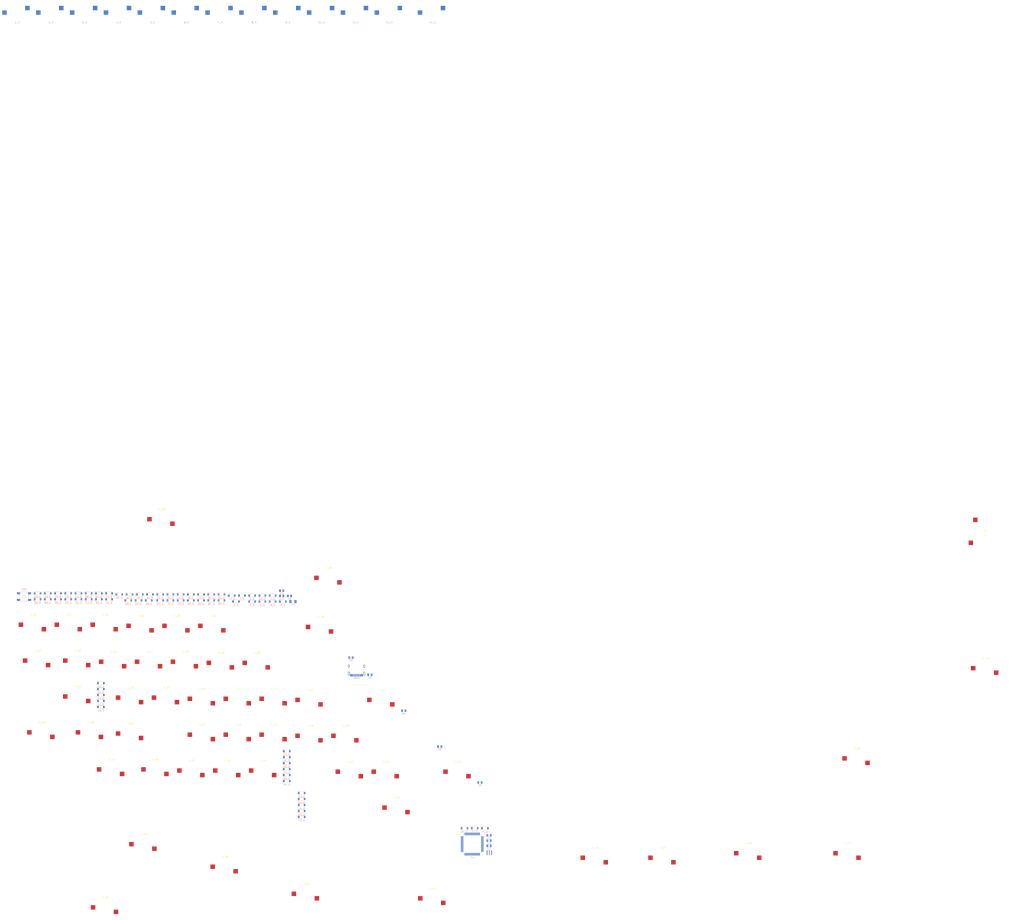
<source format=kicad_pcb>
(kicad_pcb (version 20171130) (host pcbnew "(5.1.4)-1")
  (layers (0 F.Cu signal) (31 B.Cu signal) (34 B.Paste user) (35 F.Paste user) (36 B.SilkS user) (37 F.SilkS user) (38 B.Mask user) (39 F.Mask user) (44 Edge.Cuts user))
  (net 0 "")
  (net 1 col0)
  (net 2 col1)
  (net 3 col2)
  (net 4 col3)
  (net 5 col4)
  (net 6 col5)
  (net 7 col6)
  (net 8 col7)
  (net 9 col8)
  (net 10 col9)
  (net 11 col10)
  (net 12 col11)
  (net 13 col12)
  (net 14 col13)
  (net 15 col14)
  (net 16 col15)
  (net 17 row0)
  (net 18 row1)
  (net 19 row2)
  (net 20 row3)
  (net 21 row4)
  (net 22 "Net-(D_1-Pad2)")
  (net 23 "Net-(D_2-Pad2)")
  (net 24 "Net-(D_3-Pad2)")
  (net 25 "Net-(D_4-Pad2)")
  (net 26 "Net-(D_5-Pad2)")
  (net 27 "Net-(D_6-Pad2)")
  (net 28 "Net-(D_7-Pad2)")
  (net 29 "Net-(D_8-Pad2)")
  (net 30 "Net-(D_9-Pad2)")
  (net 31 "Net-(D_10-Pad2)")
  (net 32 "Net-(D_11-Pad2)")
  (net 33 "Net-(D_12-Pad2)")
  (net 34 "Net-(D_13-Pad2)")
  (net 35 "Net-(D_14-Pad2)")
  (net 36 "Net-(D_15-Pad2)")
  (net 37 "Net-(D_16-Pad2)")
  (net 38 "Net-(D_17-Pad2)")
  (net 39 "Net-(D_18-Pad2)")
  (net 40 "Net-(D_19-Pad2)")
  (net 41 "Net-(D_20-Pad2)")
  (net 42 "Net-(D_21-Pad2)")
  (net 43 "Net-(D_22-Pad2)")
  (net 44 "Net-(D_23-Pad2)")
  (net 45 "Net-(D_24-Pad2)")
  (net 46 "Net-(D_25-Pad2)")
  (net 47 "Net-(D_26-Pad2)")
  (net 48 "Net-(D_27-Pad2)")
  (net 49 "Net-(D_28-Pad2)")
  (net 50 "Net-(D_29-Pad2)")
  (net 51 "Net-(D_30-Pad2)")
  (net 52 "Net-(D_31-Pad2)")
  (net 53 "Net-(D_32-Pad2)")
  (net 54 "Net-(D_33-Pad2)")
  (net 55 "Net-(D_34-Pad2)")
  (net 56 "Net-(D_35-Pad2)")
  (net 57 "Net-(D_36-Pad2)")
  (net 58 "Net-(D_37-Pad2)")
  (net 59 "Net-(D_38-Pad2)")
  (net 60 "Net-(D_39-Pad2)")
  (net 61 "Net-(D_40-Pad2)")
  (net 62 "Net-(D_41-Pad2)")
  (net 63 "Net-(D_42-Pad2)")
  (net 64 "Net-(D_43-Pad2)")
  (net 65 "Net-(D_44-Pad2)")
  (net 66 "Net-(D_45-Pad2)")
  (net 67 "Net-(D_46-Pad2)")
  (net 68 "Net-(D_47-Pad2)")
  (net 69 "Net-(D_48-Pad2)")
  (net 70 "Net-(D_49-Pad2)")
  (net 71 "Net-(D_50-Pad2)")
  (net 72 "Net-(D_51-Pad2)")
  (net 73 "Net-(D_52-Pad2)")
  (net 74 "Net-(D_53-Pad2)")
  (net 75 "Net-(D_54-Pad2)")
  (net 76 "Net-(D_55-Pad2)")
  (net 77 "Net-(D_56-Pad2)")
  (net 78 "Net-(D_57-Pad2)")
  (net 79 "Net-(D_58-Pad2)")
  (net 80 "Net-(D_59-Pad2)")
  (net 81 "Net-(D_60-Pad2)")
  (net 82 "Net-(D_61-Pad2)")
  (net 83 "Net-(D_62-Pad2)")
  (net 84 "Net-(D_63-Pad2)")
  (net 85 "Net-(D_64-Pad2)")
  (net 86 "Net-(D_65-Pad2)")
  (net 87 GND)
  (net 88 +5V)
  (net 89 "Net-(C5-Pad1)")
  (net 90 "Net-(D_66-Pad2)")
  (net 91 VBUS)
  (net 92 D+)
  (net 93 "Net-(R1-Pad1)")
  (net 94 D-)
  (net 95 "Net-(R2-Pad1)")
  (net 96 "Net-(R3-Pad1)")
  (net 97 "Net-(R4-Pad2)")
  (net 98 "Net-(R5-Pad2)")
  (net 99 "Net-(R6-Pad2)")
  (net 100 "Net-(U1-Pad15)")
  (net 101 "Net-(U1-Pad42)")
  (net 102 "Net-(U1-Pad41)")
  (net 103 "Net-(U1-Pad40)")
  (net 104 "Net-(U1-Pad39)")
  (net 105 "Net-(U1-Pad38)")
  (net 106 "Net-(U1-Pad37)")
  (net 107 "Net-(U1-Pad36)")
  (net 108 "Net-(U1-Pad32)")
  (net 109 "Net-(U1-Pad31)")
  (net 110 "Net-(U1-Pad30)")
  (net 111 "Net-(U1-Pad29)")
  (net 112 "Net-(U1-Pad28)")
  (net 113 "Net-(U1-Pad27)")
  (net 114 "Net-(U1-Pad26)")
  (net 115 "Net-(U1-Pad25)")
  (net 116 "Net-(U1-Pad22)")
  (net 117 "Net-(U1-Pad21)")
  (net 118 "Net-(U1-Pad20)")
  (net 119 "Net-(U1-Pad19)")
  (net 120 "Net-(U1-Pad18)")
  (net 121 "Net-(U1-Pad17)")
  (net 122 "Net-(U1-Pad16)")
  (net 123 "Net-(U1-Pad12)")
  (net 124 "Net-(U1-Pad11)")
  (net 125 "Net-(U1-Pad10)")
  (net 126 "Net-(U1-Pad9)")
  (net 127 "Net-(U1-Pad8)")
  (net 128 "Net-(U1-Pad5)")
  (net 129 "Net-(U1-Pad1)")
  (net 130 "Net-(USB1-Pad3)")
  (net 131 "Net-(USB1-Pad9)")
  (module random-keyboard-parts:Resonator_3Pin_Annotated (layer B.Cu) (at 288.285 492.47)
    (fp_text reference Y1 hide)
    (fp_text value Resonator hide)
    (pad 1 smd roundrect (at -1.2 0) (size 0.4 2.8) (layers B.Cu B.Paste B.Mask) (net 121 "Net-(U1-Pad17)"))
    (pad 2 smd roundrect (at 0 0) (size 0.4 2.8) (layers B.Cu B.Paste B.Mask) (net 87 GND))
    (pad 3 smd roundrect (at 1.2 0) (size 0.4 2.8) (layers B.Cu B.Paste B.Mask) (net 122 "Net-(U1-Pad16)"))
  )
  (module Type-C:HRO-TYPE-C-31-M-12 (layer B.Cu) (at 213.574999 384.925001)
    (fp_text reference USB1 (at 0 9.25) (layer B.SilkS) (effects (justify mirror)))
    (fp_text value HRO-TYPE-C-31-M-12)
    (pad 12 smd rect (at 3.225 7.695) (size 0.6 1.45) (layers B.Cu B.Paste B.Mask) (net 87 GND))
    (pad 1 smd rect (at -3.225 7.695) (size 0.6 1.45) (layers B.Cu B.Paste B.Mask) (net 87 GND))
    (pad 11 smd rect (at 2.45 7.695) (size 0.6 1.45) (layers B.Cu B.Paste B.Mask) (net 91 VBUS))
    (pad 2 smd rect (at -2.45 7.695) (size 0.6 1.45) (layers B.Cu B.Paste B.Mask) (net 91 VBUS))
    (pad 3 smd rect (at -1.75 7.695) (size 0.3 1.45) (layers B.Cu B.Paste B.Mask) (net 130 "Net-(USB1-Pad3)"))
    (pad 10 smd rect (at 1.75 7.695) (size 0.3 1.45) (layers B.Cu B.Paste B.Mask) (net 99 "Net-(R6-Pad2)"))
    (pad 4 smd rect (at -1.25 7.695) (size 0.3 1.45) (layers B.Cu B.Paste B.Mask) (net 98 "Net-(R5-Pad2)"))
    (pad 9 smd rect (at 1.25 7.695) (size 0.3 1.45) (layers B.Cu B.Paste B.Mask) (net 131 "Net-(USB1-Pad9)"))
    (pad 5 smd rect (at -0.75 7.695) (size 0.3 1.45) (layers B.Cu B.Paste B.Mask) (net 94 D-))
    (pad 8 smd rect (at 0.75 7.695) (size 0.3 1.45) (layers B.Cu B.Paste B.Mask) (net 94 D-))
    (pad 7 smd rect (at 0.25 7.695) (size 0.3 1.45) (layers B.Cu B.Paste B.Mask) (net 98 "Net-(R5-Pad2)"))
    (pad 6 smd rect (at -0.25 7.695) (size 0.3 1.45) (layers B.Cu B.Paste B.Mask) (net 92 D+))
    (pad "" np_thru_hole circle (at 2.89 6.25) (size 0.65 0.65) (drill 0.65) (layers *.Cu *.Mask))
    (pad "" np_thru_hole circle (at -2.89 6.25) (size 0.65 0.65) (drill 0.65) (layers *.Cu *.Mask))
    (pad 13 thru_hole oval (at -4.32 6.78) (size 1 2.1) (drill oval 0.6 1.7) (layers *.Cu F.Mask) (net 87 GND))
    (pad 13 thru_hole oval (at 4.32 6.78) (size 1 2.1) (drill oval 0.6 1.7) (layers *.Cu F.Mask) (net 87 GND))
    (pad 13 thru_hole oval (at -4.32 2.6) (size 1 1.6) (drill oval 0.6 1.2) (layers *.Cu F.Mask) (net 87 GND))
    (pad 13 thru_hole oval (at 4.32 2.6) (size 1 1.6) (drill oval 0.6 1.2) (layers *.Cu F.Mask) (net 87 GND))
  )
  (module Housings_QFP:TQFP-44_10x10mm_Pitch0.8mm (layer B.Cu) (at 278.7 487.62)
    (fp_text reference U1 (at 0 7.45) (layer B.SilkS) (effects (justify mirror)))
    (fp_text value ATmega32U4-AU)
    (pad 44 smd rect (at -4 5.7 270) (size 1.5 0.55) (layers B.Cu B.Paste B.Mask) (net 88 +5V))
    (pad 43 smd rect (at -3.2 5.7 270) (size 1.5 0.55) (layers B.Cu B.Paste B.Mask) (net 100 "Net-(U1-Pad15)"))
    (pad 42 smd rect (at -2.4 5.7 270) (size 1.5 0.55) (layers B.Cu B.Paste B.Mask) (net 101 "Net-(U1-Pad42)"))
    (pad 41 smd rect (at -1.6 5.7 270) (size 1.5 0.55) (layers B.Cu B.Paste B.Mask) (net 102 "Net-(U1-Pad41)"))
    (pad 40 smd rect (at -0.8 5.7 270) (size 1.5 0.55) (layers B.Cu B.Paste B.Mask) (net 103 "Net-(U1-Pad40)"))
    (pad 39 smd rect (at 0 5.7 270) (size 1.5 0.55) (layers B.Cu B.Paste B.Mask) (net 104 "Net-(U1-Pad39)"))
    (pad 38 smd rect (at 0.8 5.7 270) (size 1.5 0.55) (layers B.Cu B.Paste B.Mask) (net 105 "Net-(U1-Pad38)"))
    (pad 37 smd rect (at 1.6 5.7 270) (size 1.5 0.55) (layers B.Cu B.Paste B.Mask) (net 106 "Net-(U1-Pad37)"))
    (pad 36 smd rect (at 2.4 5.7 270) (size 1.5 0.55) (layers B.Cu B.Paste B.Mask) (net 107 "Net-(U1-Pad36)"))
    (pad 35 smd rect (at 3.2 5.7 270) (size 1.5 0.55) (layers B.Cu B.Paste B.Mask) (net 100 "Net-(U1-Pad15)"))
    (pad 34 smd rect (at 4 5.7 270) (size 1.5 0.55) (layers B.Cu B.Paste B.Mask) (net 88 +5V))
    (pad 33 smd rect (at 5.7 4) (size 1.5 0.55) (layers B.Cu B.Paste B.Mask) (net 97 "Net-(R4-Pad2)"))
    (pad 32 smd rect (at 5.7 3.2) (size 1.5 0.55) (layers B.Cu B.Paste B.Mask) (net 108 "Net-(U1-Pad32)"))
    (pad 31 smd rect (at 5.7 2.4) (size 1.5 0.55) (layers B.Cu B.Paste B.Mask) (net 109 "Net-(U1-Pad31)"))
    (pad 30 smd rect (at 5.7 1.6) (size 1.5 0.55) (layers B.Cu B.Paste B.Mask) (net 110 "Net-(U1-Pad30)"))
    (pad 29 smd rect (at 5.7 0.8) (size 1.5 0.55) (layers B.Cu B.Paste B.Mask) (net 111 "Net-(U1-Pad29)"))
    (pad 28 smd rect (at 5.7 0) (size 1.5 0.55) (layers B.Cu B.Paste B.Mask) (net 112 "Net-(U1-Pad28)"))
    (pad 27 smd rect (at 5.7 -0.8) (size 1.5 0.55) (layers B.Cu B.Paste B.Mask) (net 113 "Net-(U1-Pad27)"))
    (pad 26 smd rect (at 5.7 -1.6) (size 1.5 0.55) (layers B.Cu B.Paste B.Mask) (net 114 "Net-(U1-Pad26)"))
    (pad 25 smd rect (at 5.7 -2.4) (size 1.5 0.55) (layers B.Cu B.Paste B.Mask) (net 115 "Net-(U1-Pad25)"))
    (pad 24 smd rect (at 5.7 -3.2) (size 1.5 0.55) (layers B.Cu B.Paste B.Mask) (net 88 +5V))
    (pad 23 smd rect (at 5.7 -4) (size 1.5 0.55) (layers B.Cu B.Paste B.Mask) (net 100 "Net-(U1-Pad15)"))
    (pad 22 smd rect (at 4 -5.7 270) (size 1.5 0.55) (layers B.Cu B.Paste B.Mask) (net 116 "Net-(U1-Pad22)"))
    (pad 21 smd rect (at 3.2 -5.7 270) (size 1.5 0.55) (layers B.Cu B.Paste B.Mask) (net 117 "Net-(U1-Pad21)"))
    (pad 20 smd rect (at 2.4 -5.7 270) (size 1.5 0.55) (layers B.Cu B.Paste B.Mask) (net 118 "Net-(U1-Pad20)"))
    (pad 19 smd rect (at 1.6 -5.7 270) (size 1.5 0.55) (layers B.Cu B.Paste B.Mask) (net 119 "Net-(U1-Pad19)"))
    (pad 18 smd rect (at 0.8 -5.7 270) (size 1.5 0.55) (layers B.Cu B.Paste B.Mask) (net 120 "Net-(U1-Pad18)"))
    (pad 17 smd rect (at 0 -5.7 270) (size 1.5 0.55) (layers B.Cu B.Paste B.Mask) (net 121 "Net-(U1-Pad17)"))
    (pad 16 smd rect (at -0.8 -5.7 270) (size 1.5 0.55) (layers B.Cu B.Paste B.Mask) (net 122 "Net-(U1-Pad16)"))
    (pad 15 smd rect (at -1.6 -5.7 270) (size 1.5 0.55) (layers B.Cu B.Paste B.Mask) (net 100 "Net-(U1-Pad15)"))
    (pad 14 smd rect (at -2.4 -5.7 270) (size 1.5 0.55) (layers B.Cu B.Paste B.Mask) (net 88 +5V))
    (pad 13 smd rect (at -3.2 -5.7 270) (size 1.5 0.55) (layers B.Cu B.Paste B.Mask) (net 96 "Net-(R3-Pad1)"))
    (pad 12 smd rect (at -4 -5.7 270) (size 1.5 0.55) (layers B.Cu B.Paste B.Mask) (net 123 "Net-(U1-Pad12)"))
    (pad 11 smd rect (at -5.7 -4) (size 1.5 0.55) (layers B.Cu B.Paste B.Mask) (net 124 "Net-(U1-Pad11)"))
    (pad 10 smd rect (at -5.7 -3.2) (size 1.5 0.55) (layers B.Cu B.Paste B.Mask) (net 125 "Net-(U1-Pad10)"))
    (pad 9 smd rect (at -5.7 -2.4) (size 1.5 0.55) (layers B.Cu B.Paste B.Mask) (net 126 "Net-(U1-Pad9)"))
    (pad 8 smd rect (at -5.7 -1.6) (size 1.5 0.55) (layers B.Cu B.Paste B.Mask) (net 127 "Net-(U1-Pad8)"))
    (pad 7 smd rect (at -5.7 -0.8) (size 1.5 0.55) (layers B.Cu B.Paste B.Mask) (net 88 +5V))
    (pad 6 smd rect (at -5.7 0) (size 1.5 0.55) (layers B.Cu B.Paste B.Mask) (net 89 "Net-(C5-Pad1)"))
    (pad 5 smd rect (at -5.7 0.8) (size 1.5 0.55) (layers B.Cu B.Paste B.Mask) (net 128 "Net-(U1-Pad5)"))
    (pad 4 smd rect (at -5.7 1.6) (size 1.5 0.55) (layers B.Cu B.Paste B.Mask) (net 93 "Net-(R1-Pad1)"))
    (pad 3 smd rect (at -5.7 2.4) (size 1.5 0.55) (layers B.Cu B.Paste B.Mask) (net 95 "Net-(R2-Pad1)"))
    (pad 2 smd rect (at -5.7 3.2) (size 1.5 0.55) (layers B.Cu B.Paste B.Mask) (net 88 +5V))
    (pad 1 smd rect (at -5.7 4) (size 1.5 0.55) (layers B.Cu B.Paste B.Mask) (net 129 "Net-(U1-Pad1)"))
  )
  (module random-keyboard-parts:SKQG-1155865 (layer B.Cu) (at 26.47 348.35)
    (fp_text reference SW1 (at 0 -4.064) (layer B.SilkS) (effects (justify mirror)))
    (fp_text value SW_Push)
    (pad 4 smd rect (at -3.1 -1.85) (size 1.8 1.1) (layers B.Cu B.Paste B.Mask))
    (pad 3 smd rect (at 3.1 1.85) (size 1.8 1.1) (layers B.Cu B.Paste B.Mask))
    (pad 2 smd rect (at -3.1 1.85) (size 1.8 1.1) (layers B.Cu B.Paste B.Mask) (net 96 "Net-(R3-Pad1)"))
    (pad 1 smd rect (at 3.1 -1.85) (size 1.8 1.1) (layers B.Cu B.Paste B.Mask) (net 87 GND))
  )
  (module Resistor_SMD:R_0805_2012Metric (layer B.Cu) (at 240.18 412.57)
    (fp_text reference R6 (at 0 1.65) (layer B.SilkS) (effects (justify mirror)))
    (fp_text value 5.1k)
    (pad 2 smd roundrect (at 0.9375 0) (size 0.975 1.4) (layers B.Cu B.Paste B.Mask) (net 99 "Net-(R6-Pad2)"))
    (pad 1 smd roundrect (at -0.9375 0) (size 0.975 1.4) (layers B.Cu B.Paste B.Mask) (net 87 GND))
  )
  (module Resistor_SMD:R_0805_2012Metric (layer B.Cu) (at 260.38 432.77)
    (fp_text reference R5 (at 0 1.65) (layer B.SilkS) (effects (justify mirror)))
    (fp_text value R_Small)
    (pad 2 smd roundrect (at 0.9375 0) (size 0.975 1.4) (layers B.Cu B.Paste B.Mask) (net 98 "Net-(R5-Pad2)"))
    (pad 1 smd roundrect (at -0.9375 0) (size 0.975 1.4) (layers B.Cu B.Paste B.Mask) (net 87 GND))
  )
  (module Resistor_SMD:R_0805_2012Metric (layer B.Cu) (at 175.86 347.98)
    (fp_text reference R4 (at 0 1.65) (layer B.SilkS) (effects (justify mirror)))
    (fp_text value 10k)
    (pad 2 smd roundrect (at 0.9375 0) (size 0.975 1.4) (layers B.Cu B.Paste B.Mask) (net 97 "Net-(R4-Pad2)"))
    (pad 1 smd roundrect (at -0.9375 0) (size 0.975 1.4) (layers B.Cu B.Paste B.Mask) (net 87 GND))
  )
  (module Resistor_SMD:R_0805_2012Metric (layer B.Cu) (at 221.1 392.37)
    (fp_text reference R3 (at 0 1.65) (layer B.SilkS) (effects (justify mirror)))
    (fp_text value 10k)
    (pad 2 smd roundrect (at 0.9375 0) (size 0.975 1.4) (layers B.Cu B.Paste B.Mask) (net 88 +5V))
    (pad 1 smd roundrect (at -0.9375 0) (size 0.975 1.4) (layers B.Cu B.Paste B.Mask) (net 96 "Net-(R3-Pad1)"))
  )
  (module Resistor_SMD:R_0805_2012Metric (layer B.Cu) (at 283.04 452.97)
    (fp_text reference R2 (at 0 1.65) (layer B.SilkS) (effects (justify mirror)))
    (fp_text value 22k)
    (pad 2 smd roundrect (at 0.9375 0) (size 0.975 1.4) (layers B.Cu B.Paste B.Mask) (net 94 D-))
    (pad 1 smd roundrect (at -0.9375 0) (size 0.975 1.4) (layers B.Cu B.Paste B.Mask) (net 95 "Net-(R2-Pad1)"))
  )
  (module Resistor_SMD:R_0805_2012Metric (layer B.Cu) (at 210.46 382.7)
    (fp_text reference R1 (at 0 1.65) (layer B.SilkS) (effects (justify mirror)))
    (fp_text value 22k)
    (pad 2 smd roundrect (at 0.9375 0) (size 0.975 1.4) (layers B.Cu B.Paste B.Mask) (net 92 D+))
    (pad 1 smd roundrect (at -0.9375 0) (size 0.975 1.4) (layers B.Cu B.Paste B.Mask) (net 93 "Net-(R1-Pad1)"))
  )
  (module MX_Only:MXOnly-1U-Hotswap (layer B.Cu) (at 139.7 497.84)
    (fp_text reference K_66)
    (fp_text value KEYSW)
    (fp_text user %R (at 0 -3.048) (layer F.SilkS))
    (pad 2 smd rect (at 5.842 5.08) (size 2.55 2.5) (layers F.Cu F.Paste F.Mask) (net 90 "Net-(D_66-Pad2)"))
    (pad 1 smd rect (at -7.085 2.54) (size 2.55 2.5) (layers F.Cu F.Paste F.Mask) (net 16 col15))
    (pad "" np_thru_hole circle (at 5.08 0 311.9004) (size 1.75 1.75) (drill 1.75) (layers *.Cu *.Mask))
    (pad "" np_thru_hole circle (at -5.08 0 311.9004) (size 1.75 1.75) (drill 1.75) (layers *.Cu *.Mask))
    (pad "" np_thru_hole circle (at -3.81 2.54) (size 3 3) (drill 3) (layers *.Cu *.Mask))
    (pad "" np_thru_hole circle (at 0 0) (size 3.9878 3.9878) (drill 3.9878) (layers *.Cu *.Mask))
    (pad "" np_thru_hole circle (at 2.54 5.08) (size 3 3) (drill 3) (layers *.Cu *.Mask))
  )
  (module MX_Only:MXOnly-1U-Hotswap (layer B.Cu) (at 100.765 443.065)
    (fp_text reference K_65)
    (fp_text value KEYSW)
    (fp_text user %R (at 0 -3.048) (layer F.SilkS))
    (pad 2 smd rect (at 5.842 5.08) (size 2.55 2.5) (layers F.Cu F.Paste F.Mask) (net 86 "Net-(D_65-Pad2)"))
    (pad 1 smd rect (at -7.085 2.54) (size 2.55 2.5) (layers F.Cu F.Paste F.Mask) (net 16 col15))
    (pad "" np_thru_hole circle (at 5.08 0 311.9004) (size 1.75 1.75) (drill 1.75) (layers *.Cu *.Mask))
    (pad "" np_thru_hole circle (at -5.08 0 311.9004) (size 1.75 1.75) (drill 1.75) (layers *.Cu *.Mask))
    (pad "" np_thru_hole circle (at -3.81 2.54) (size 3 3) (drill 3) (layers *.Cu *.Mask))
    (pad "" np_thru_hole circle (at 0 0) (size 3.9878 3.9878) (drill 3.9878) (layers *.Cu *.Mask))
    (pad "" np_thru_hole circle (at 2.54 5.08) (size 3 3) (drill 3) (layers *.Cu *.Mask))
  )
  (module MX_Only:MXOnly-1U-Hotswap (layer B.Cu) (at 86.475 422.865)
    (fp_text reference K_64)
    (fp_text value KEYSW)
    (fp_text user %R (at 0 -3.048) (layer F.SilkS))
    (pad 2 smd rect (at 5.842 5.08) (size 2.55 2.5) (layers F.Cu F.Paste F.Mask) (net 85 "Net-(D_64-Pad2)"))
    (pad 1 smd rect (at -7.085 2.54) (size 2.55 2.5) (layers F.Cu F.Paste F.Mask) (net 16 col15))
    (pad "" np_thru_hole circle (at 5.08 0 311.9004) (size 1.75 1.75) (drill 1.75) (layers *.Cu *.Mask))
    (pad "" np_thru_hole circle (at -5.08 0 311.9004) (size 1.75 1.75) (drill 1.75) (layers *.Cu *.Mask))
    (pad "" np_thru_hole circle (at -3.81 2.54) (size 3 3) (drill 3) (layers *.Cu *.Mask))
    (pad "" np_thru_hole circle (at 0 0) (size 3.9878 3.9878) (drill 3.9878) (layers *.Cu *.Mask))
    (pad "" np_thru_hole circle (at 2.54 5.08) (size 3 3) (drill 3) (layers *.Cu *.Mask))
  )
  (module MX_Only:MXOnly-1U-Hotswap (layer B.Cu) (at 31.795 361.625)
    (fp_text reference K_63)
    (fp_text value KEYSW)
    (fp_text user %R (at 0 -3.048) (layer F.SilkS))
    (pad 2 smd rect (at 5.842 5.08) (size 2.55 2.5) (layers F.Cu F.Paste F.Mask) (net 84 "Net-(D_63-Pad2)"))
    (pad 1 smd rect (at -7.085 2.54) (size 2.55 2.5) (layers F.Cu F.Paste F.Mask) (net 15 col14))
    (pad "" np_thru_hole circle (at 5.08 0 311.9004) (size 1.75 1.75) (drill 1.75) (layers *.Cu *.Mask))
    (pad "" np_thru_hole circle (at -5.08 0 311.9004) (size 1.75 1.75) (drill 1.75) (layers *.Cu *.Mask))
    (pad "" np_thru_hole circle (at -3.81 2.54) (size 3 3) (drill 3) (layers *.Cu *.Mask))
    (pad "" np_thru_hole circle (at 0 0) (size 3.9878 3.9878) (drill 3.9878) (layers *.Cu *.Mask))
    (pad "" np_thru_hole circle (at 2.54 5.08) (size 3 3) (drill 3) (layers *.Cu *.Mask))
  )
  (module MX_Only:MXOnly-1.25U-Hotswap (layer B.Cu) (at 34.17625 381.825)
    (fp_text reference K_62)
    (fp_text value KEYSW)
    (fp_text user %R (at 0 -3.048) (layer F.SilkS))
    (pad 2 smd rect (at 5.842 5.08) (size 2.55 2.5) (layers F.Cu F.Paste F.Mask) (net 83 "Net-(D_62-Pad2)"))
    (pad 1 smd rect (at -7.085 2.54) (size 2.55 2.5) (layers F.Cu F.Paste F.Mask) (net 15 col14))
    (pad "" np_thru_hole circle (at 5.08 0 311.9004) (size 1.75 1.75) (drill 1.75) (layers *.Cu *.Mask))
    (pad "" np_thru_hole circle (at -5.08 0 311.9004) (size 1.75 1.75) (drill 1.75) (layers *.Cu *.Mask))
    (pad "" np_thru_hole circle (at -3.81 2.54) (size 3 3) (drill 3) (layers *.Cu *.Mask))
    (pad "" np_thru_hole circle (at 0 0) (size 3.9878 3.9878) (drill 3.9878) (layers *.Cu *.Mask))
    (pad "" np_thru_hole circle (at 2.54 5.08) (size 3 3) (drill 3) (layers *.Cu *.Mask))
  )
  (module MX_Only:MXOnly-1U-Hotswap (layer B.Cu) (at 56.755 402.025)
    (fp_text reference K_61)
    (fp_text value KEYSW)
    (fp_text user %R (at 0 -3.048) (layer F.SilkS))
    (pad 2 smd rect (at 5.842 5.08) (size 2.55 2.5) (layers F.Cu F.Paste F.Mask) (net 82 "Net-(D_61-Pad2)"))
    (pad 1 smd rect (at -7.085 2.54) (size 2.55 2.5) (layers F.Cu F.Paste F.Mask) (net 15 col14))
    (pad "" np_thru_hole circle (at 5.08 0 311.9004) (size 1.75 1.75) (drill 1.75) (layers *.Cu *.Mask))
    (pad "" np_thru_hole circle (at -5.08 0 311.9004) (size 1.75 1.75) (drill 1.75) (layers *.Cu *.Mask))
    (pad "" np_thru_hole circle (at -3.81 2.54) (size 3 3) (drill 3) (layers *.Cu *.Mask))
    (pad "" np_thru_hole circle (at 0 0) (size 3.9878 3.9878) (drill 3.9878) (layers *.Cu *.Mask))
    (pad "" np_thru_hole circle (at 2.54 5.08) (size 3 3) (drill 3) (layers *.Cu *.Mask))
  )
  (module MX_Only:MXOnly-1.25U-Hotswap (layer B.Cu) (at 198.12 335.28)
    (fp_text reference K_60)
    (fp_text value KEYSW)
    (fp_text user %R (at 0 -3.048) (layer F.SilkS))
    (pad 2 smd rect (at 5.842 5.08) (size 2.55 2.5) (layers F.Cu F.Paste F.Mask) (net 81 "Net-(D_60-Pad2)"))
    (pad 1 smd rect (at -7.085 2.54) (size 2.55 2.5) (layers F.Cu F.Paste F.Mask) (net 15 col14))
    (pad "" np_thru_hole circle (at 5.08 0 311.9004) (size 1.75 1.75) (drill 1.75) (layers *.Cu *.Mask))
    (pad "" np_thru_hole circle (at -5.08 0 311.9004) (size 1.75 1.75) (drill 1.75) (layers *.Cu *.Mask))
    (pad "" np_thru_hole circle (at -3.81 2.54) (size 3 3) (drill 3) (layers *.Cu *.Mask))
    (pad "" np_thru_hole circle (at 0 0) (size 3.9878 3.9878) (drill 3.9878) (layers *.Cu *.Mask))
    (pad "" np_thru_hole circle (at 2.54 5.08) (size 3 3) (drill 3) (layers *.Cu *.Mask))
  )
  (module MX_Only:MXOnly-6.25U-Hotswap (layer B.Cu) (at 104.14 302.26)
    (fp_text reference K_59)
    (fp_text value KEYSW)
    (fp_text user %R (at 0 -3.048) (layer F.SilkS))
    (pad "" np_thru_hole circle (at -49.9999 -8.255) (size 3.9878 3.9878) (drill 3.9878) (layers *.Cu *.Mask))
    (pad "" np_thru_hole circle (at 49.9999 -8.255) (size 3.9878 3.9878) (drill 3.9878) (layers *.Cu *.Mask))
    (pad "" np_thru_hole circle (at -49.9999 6.985) (size 3.048 3.048) (drill 3.048) (layers *.Cu *.Mask))
    (pad "" np_thru_hole circle (at 49.9999 6.985) (size 3.048 3.048) (drill 3.048) (layers *.Cu *.Mask))
    (pad 2 smd rect (at 5.842 5.08) (size 2.55 2.5) (layers F.Cu F.Paste F.Mask) (net 80 "Net-(D_59-Pad2)"))
    (pad 1 smd rect (at -7.085 2.54) (size 2.55 2.5) (layers F.Cu F.Paste F.Mask) (net 14 col13))
    (pad "" np_thru_hole circle (at 5.08 0 311.9004) (size 1.75 1.75) (drill 1.75) (layers *.Cu *.Mask))
    (pad "" np_thru_hole circle (at -5.08 0 311.9004) (size 1.75 1.75) (drill 1.75) (layers *.Cu *.Mask))
    (pad "" np_thru_hole circle (at -3.81 2.54) (size 3 3) (drill 3) (layers *.Cu *.Mask))
    (pad "" np_thru_hole circle (at 0 0) (size 3.9878 3.9878) (drill 3.9878) (layers *.Cu *.Mask))
    (pad "" np_thru_hole circle (at 2.54 5.08) (size 3 3) (drill 3) (layers *.Cu *.Mask))
  )
  (module MX_Only:MXOnly-1.25U-Hotswap (layer B.Cu) (at 63.89625 422.225)
    (fp_text reference K_58)
    (fp_text value KEYSW)
    (fp_text user %R (at 0 -3.048) (layer F.SilkS))
    (pad 2 smd rect (at 5.842 5.08) (size 2.55 2.5) (layers F.Cu F.Paste F.Mask) (net 79 "Net-(D_58-Pad2)"))
    (pad 1 smd rect (at -7.085 2.54) (size 2.55 2.5) (layers F.Cu F.Paste F.Mask) (net 14 col13))
    (pad "" np_thru_hole circle (at 5.08 0 311.9004) (size 1.75 1.75) (drill 1.75) (layers *.Cu *.Mask))
    (pad "" np_thru_hole circle (at -5.08 0 311.9004) (size 1.75 1.75) (drill 1.75) (layers *.Cu *.Mask))
    (pad "" np_thru_hole circle (at -3.81 2.54) (size 3 3) (drill 3) (layers *.Cu *.Mask))
    (pad "" np_thru_hole circle (at 0 0) (size 3.9878 3.9878) (drill 3.9878) (layers *.Cu *.Mask))
    (pad "" np_thru_hole circle (at 2.54 5.08) (size 3 3) (drill 3) (layers *.Cu *.Mask))
  )
  (module MX_Only:MXOnly-1U-Hotswap (layer B.Cu) (at 76.955 382.465)
    (fp_text reference K_57)
    (fp_text value KEYSW)
    (fp_text user %R (at 0 -3.048) (layer F.SilkS))
    (pad 2 smd rect (at 5.842 5.08) (size 2.55 2.5) (layers F.Cu F.Paste F.Mask) (net 78 "Net-(D_57-Pad2)"))
    (pad 1 smd rect (at -7.085 2.54) (size 2.55 2.5) (layers F.Cu F.Paste F.Mask) (net 14 col13))
    (pad "" np_thru_hole circle (at 5.08 0 311.9004) (size 1.75 1.75) (drill 1.75) (layers *.Cu *.Mask))
    (pad "" np_thru_hole circle (at -5.08 0 311.9004) (size 1.75 1.75) (drill 1.75) (layers *.Cu *.Mask))
    (pad "" np_thru_hole circle (at -3.81 2.54) (size 3 3) (drill 3) (layers *.Cu *.Mask))
    (pad "" np_thru_hole circle (at 0 0) (size 3.9878 3.9878) (drill 3.9878) (layers *.Cu *.Mask))
    (pad "" np_thru_hole circle (at 2.54 5.08) (size 3 3) (drill 3) (layers *.Cu *.Mask))
  )
  (module MX_Only:MXOnly-1.25U-Hotswap (layer B.Cu) (at 495.3 436.88)
    (fp_text reference K_56)
    (fp_text value KEYSW)
    (fp_text user %R (at 0 -3.048) (layer F.SilkS))
    (pad 2 smd rect (at 5.842 5.08) (size 2.55 2.5) (layers F.Cu F.Paste F.Mask) (net 77 "Net-(D_56-Pad2)"))
    (pad 1 smd rect (at -7.085 2.54) (size 2.55 2.5) (layers F.Cu F.Paste F.Mask) (net 14 col13))
    (pad "" np_thru_hole circle (at 5.08 0 311.9004) (size 1.75 1.75) (drill 1.75) (layers *.Cu *.Mask))
    (pad "" np_thru_hole circle (at -5.08 0 311.9004) (size 1.75 1.75) (drill 1.75) (layers *.Cu *.Mask))
    (pad "" np_thru_hole circle (at -3.81 2.54) (size 3 3) (drill 3) (layers *.Cu *.Mask))
    (pad "" np_thru_hole circle (at 0 0) (size 3.9878 3.9878) (drill 3.9878) (layers *.Cu *.Mask))
    (pad "" np_thru_hole circle (at 2.54 5.08) (size 3 3) (drill 3) (layers *.Cu *.Mask))
  )
  (module MX_Only:MXOnly-1U-Hotswap (layer B.Cu) (at 56.755 381.825)
    (fp_text reference K_55)
    (fp_text value KEYSW)
    (fp_text user %R (at 0 -3.048) (layer F.SilkS))
    (pad 2 smd rect (at 5.842 5.08) (size 2.55 2.5) (layers F.Cu F.Paste F.Mask) (net 76 "Net-(D_55-Pad2)"))
    (pad 1 smd rect (at -7.085 2.54) (size 2.55 2.5) (layers F.Cu F.Paste F.Mask) (net 13 col12))
    (pad "" np_thru_hole circle (at 5.08 0 311.9004) (size 1.75 1.75) (drill 1.75) (layers *.Cu *.Mask))
    (pad "" np_thru_hole circle (at -5.08 0 311.9004) (size 1.75 1.75) (drill 1.75) (layers *.Cu *.Mask))
    (pad "" np_thru_hole circle (at -3.81 2.54) (size 3 3) (drill 3) (layers *.Cu *.Mask))
    (pad "" np_thru_hole circle (at 0 0) (size 3.9878 3.9878) (drill 3.9878) (layers *.Cu *.Mask))
    (pad "" np_thru_hole circle (at 2.54 5.08) (size 3 3) (drill 3) (layers *.Cu *.Mask))
  )
  (module MX_Only:MXOnly-2U-Hotswap (layer B.Cu) (at 256.54 515.62)
    (fp_text reference K_54)
    (fp_text value KEYSW)
    (fp_text user %R (at 0 -3.048) (layer F.SilkS))
    (pad "" np_thru_hole circle (at -11.938 -8.255) (size 3.9878 3.9878) (drill 3.9878) (layers *.Cu *.Mask))
    (pad "" np_thru_hole circle (at 11.938 -8.255) (size 3.9878 3.9878) (drill 3.9878) (layers *.Cu *.Mask))
    (pad "" np_thru_hole circle (at -11.938 6.985) (size 3.048 3.048) (drill 3.048) (layers *.Cu *.Mask))
    (pad "" np_thru_hole circle (at 11.938 6.985) (size 3.048 3.048) (drill 3.048) (layers *.Cu *.Mask))
    (pad 2 smd rect (at 5.842 5.08) (size 2.55 2.5) (layers F.Cu F.Paste F.Mask) (net 75 "Net-(D_54-Pad2)"))
    (pad 1 smd rect (at -7.085 2.54) (size 2.55 2.5) (layers F.Cu F.Paste F.Mask) (net 13 col12))
    (pad "" np_thru_hole circle (at 5.08 0 311.9004) (size 1.75 1.75) (drill 1.75) (layers *.Cu *.Mask))
    (pad "" np_thru_hole circle (at -5.08 0 311.9004) (size 1.75 1.75) (drill 1.75) (layers *.Cu *.Mask))
    (pad "" np_thru_hole circle (at -3.81 2.54) (size 3 3) (drill 3) (layers *.Cu *.Mask))
    (pad "" np_thru_hole circle (at 0 0) (size 3.9878 3.9878) (drill 3.9878) (layers *.Cu *.Mask))
    (pad "" np_thru_hole circle (at 2.54 5.08) (size 3 3) (drill 3) (layers *.Cu *.Mask))
  )
  (module MX_Only:MXOnly-1U-Hotswap (layer B.Cu) (at 106.675 402.665)
    (fp_text reference K_53)
    (fp_text value KEYSW)
    (fp_text user %R (at 0 -3.048) (layer F.SilkS))
    (pad 2 smd rect (at 5.842 5.08) (size 2.55 2.5) (layers F.Cu F.Paste F.Mask) (net 74 "Net-(D_53-Pad2)"))
    (pad 1 smd rect (at -7.085 2.54) (size 2.55 2.5) (layers F.Cu F.Paste F.Mask) (net 13 col12))
    (pad "" np_thru_hole circle (at 5.08 0 311.9004) (size 1.75 1.75) (drill 1.75) (layers *.Cu *.Mask))
    (pad "" np_thru_hole circle (at -5.08 0 311.9004) (size 1.75 1.75) (drill 1.75) (layers *.Cu *.Mask))
    (pad "" np_thru_hole circle (at -3.81 2.54) (size 3 3) (drill 3) (layers *.Cu *.Mask))
    (pad "" np_thru_hole circle (at 0 0) (size 3.9878 3.9878) (drill 3.9878) (layers *.Cu *.Mask))
    (pad "" np_thru_hole circle (at 2.54 5.08) (size 3 3) (drill 3) (layers *.Cu *.Mask))
  )
  (module MX_Only:MXOnly-1U-Hotswap (layer B.Cu) (at 126.875 423.505)
    (fp_text reference K_52)
    (fp_text value KEYSW)
    (fp_text user %R (at 0 -3.048) (layer F.SilkS))
    (pad 2 smd rect (at 5.842 5.08) (size 2.55 2.5) (layers F.Cu F.Paste F.Mask) (net 73 "Net-(D_52-Pad2)"))
    (pad 1 smd rect (at -7.085 2.54) (size 2.55 2.5) (layers F.Cu F.Paste F.Mask) (net 13 col12))
    (pad "" np_thru_hole circle (at 5.08 0 311.9004) (size 1.75 1.75) (drill 1.75) (layers *.Cu *.Mask))
    (pad "" np_thru_hole circle (at -5.08 0 311.9004) (size 1.75 1.75) (drill 1.75) (layers *.Cu *.Mask))
    (pad "" np_thru_hole circle (at -3.81 2.54) (size 3 3) (drill 3) (layers *.Cu *.Mask))
    (pad "" np_thru_hole circle (at 0 0) (size 3.9878 3.9878) (drill 3.9878) (layers *.Cu *.Mask))
    (pad "" np_thru_hole circle (at 2.54 5.08) (size 3 3) (drill 3) (layers *.Cu *.Mask))
  )
  (module MX_Only:MXOnly-1U-Hotswap (layer B.Cu) (at 141.165 443.705)
    (fp_text reference K_51)
    (fp_text value KEYSW)
    (fp_text user %R (at 0 -3.048) (layer F.SilkS))
    (pad 2 smd rect (at 5.842 5.08) (size 2.55 2.5) (layers F.Cu F.Paste F.Mask) (net 72 "Net-(D_51-Pad2)"))
    (pad 1 smd rect (at -7.085 2.54) (size 2.55 2.5) (layers F.Cu F.Paste F.Mask) (net 12 col11))
    (pad "" np_thru_hole circle (at 5.08 0 311.9004) (size 1.75 1.75) (drill 1.75) (layers *.Cu *.Mask))
    (pad "" np_thru_hole circle (at -5.08 0 311.9004) (size 1.75 1.75) (drill 1.75) (layers *.Cu *.Mask))
    (pad "" np_thru_hole circle (at -3.81 2.54) (size 3 3) (drill 3) (layers *.Cu *.Mask))
    (pad "" np_thru_hole circle (at 0 0) (size 3.9878 3.9878) (drill 3.9878) (layers *.Cu *.Mask))
    (pad "" np_thru_hole circle (at 2.54 5.08) (size 3 3) (drill 3) (layers *.Cu *.Mask))
  )
  (module MX_Only:MXOnly-1U-Hotswap (layer B.Cu) (at 92.395 362.265)
    (fp_text reference K_50)
    (fp_text value KEYSW)
    (fp_text user %R (at 0 -3.048) (layer F.SilkS))
    (pad 2 smd rect (at 5.842 5.08) (size 2.55 2.5) (layers F.Cu F.Paste F.Mask) (net 71 "Net-(D_50-Pad2)"))
    (pad 1 smd rect (at -7.085 2.54) (size 2.55 2.5) (layers F.Cu F.Paste F.Mask) (net 12 col11))
    (pad "" np_thru_hole circle (at 5.08 0 311.9004) (size 1.75 1.75) (drill 1.75) (layers *.Cu *.Mask))
    (pad "" np_thru_hole circle (at -5.08 0 311.9004) (size 1.75 1.75) (drill 1.75) (layers *.Cu *.Mask))
    (pad "" np_thru_hole circle (at -3.81 2.54) (size 3 3) (drill 3) (layers *.Cu *.Mask))
    (pad "" np_thru_hole circle (at 0 0) (size 3.9878 3.9878) (drill 3.9878) (layers *.Cu *.Mask))
    (pad "" np_thru_hole circle (at 2.54 5.08) (size 3 3) (drill 3) (layers *.Cu *.Mask))
  )
  (module MX_Only:MXOnly-1U-Hotswap (layer B.Cu) (at 93.98 485.14)
    (fp_text reference K_49)
    (fp_text value KEYSW)
    (fp_text user %R (at 0 -3.048) (layer F.SilkS))
    (pad 2 smd rect (at 5.842 5.08) (size 2.55 2.5) (layers F.Cu F.Paste F.Mask) (net 70 "Net-(D_49-Pad2)"))
    (pad 1 smd rect (at -7.085 2.54) (size 2.55 2.5) (layers F.Cu F.Paste F.Mask) (net 12 col11))
    (pad "" np_thru_hole circle (at 5.08 0 311.9004) (size 1.75 1.75) (drill 1.75) (layers *.Cu *.Mask))
    (pad "" np_thru_hole circle (at -5.08 0 311.9004) (size 1.75 1.75) (drill 1.75) (layers *.Cu *.Mask))
    (pad "" np_thru_hole circle (at -3.81 2.54) (size 3 3) (drill 3) (layers *.Cu *.Mask))
    (pad "" np_thru_hole circle (at 0 0) (size 3.9878 3.9878) (drill 3.9878) (layers *.Cu *.Mask))
    (pad "" np_thru_hole circle (at 2.54 5.08) (size 3 3) (drill 3) (layers *.Cu *.Mask))
  )
  (module MX_Only:MXOnly-1U-Hotswap (layer B.Cu) (at 72.195 361.625)
    (fp_text reference K_48)
    (fp_text value KEYSW)
    (fp_text user %R (at 0 -3.048) (layer F.SilkS))
    (pad 2 smd rect (at 5.842 5.08) (size 2.55 2.5) (layers F.Cu F.Paste F.Mask) (net 69 "Net-(D_48-Pad2)"))
    (pad 1 smd rect (at -7.085 2.54) (size 2.55 2.5) (layers F.Cu F.Paste F.Mask) (net 12 col11))
    (pad "" np_thru_hole circle (at 5.08 0 311.9004) (size 1.75 1.75) (drill 1.75) (layers *.Cu *.Mask))
    (pad "" np_thru_hole circle (at -5.08 0 311.9004) (size 1.75 1.75) (drill 1.75) (layers *.Cu *.Mask))
    (pad "" np_thru_hole circle (at -3.81 2.54) (size 3 3) (drill 3) (layers *.Cu *.Mask))
    (pad "" np_thru_hole circle (at 0 0) (size 3.9878 3.9878) (drill 3.9878) (layers *.Cu *.Mask))
    (pad "" np_thru_hole circle (at 2.54 5.08) (size 3 3) (drill 3) (layers *.Cu *.Mask))
  )
  (module MX_Only:MXOnly-1U-Hotswap (layer B.Cu) (at 97.155 382.465)
    (fp_text reference K_47)
    (fp_text value KEYSW)
    (fp_text user %R (at 0 -3.048) (layer F.SilkS))
    (pad 2 smd rect (at 5.842 5.08) (size 2.55 2.5) (layers F.Cu F.Paste F.Mask) (net 68 "Net-(D_47-Pad2)"))
    (pad 1 smd rect (at -7.085 2.54) (size 2.55 2.5) (layers F.Cu F.Paste F.Mask) (net 12 col11))
    (pad "" np_thru_hole circle (at 5.08 0 311.9004) (size 1.75 1.75) (drill 1.75) (layers *.Cu *.Mask))
    (pad "" np_thru_hole circle (at -5.08 0 311.9004) (size 1.75 1.75) (drill 1.75) (layers *.Cu *.Mask))
    (pad "" np_thru_hole circle (at -3.81 2.54) (size 3 3) (drill 3) (layers *.Cu *.Mask))
    (pad "" np_thru_hole circle (at 0 0) (size 3.9878 3.9878) (drill 3.9878) (layers *.Cu *.Mask))
    (pad "" np_thru_hole circle (at 2.54 5.08) (size 3 3) (drill 3) (layers *.Cu *.Mask))
  )
  (module MX_Only:MXOnly-1U-Hotswap (layer B.Cu) (at 126.875 403.305)
    (fp_text reference K_46)
    (fp_text value KEYSW)
    (fp_text user %R (at 0 -3.048) (layer F.SilkS))
    (pad 2 smd rect (at 5.842 5.08) (size 2.55 2.5) (layers F.Cu F.Paste F.Mask) (net 67 "Net-(D_46-Pad2)"))
    (pad 1 smd rect (at -7.085 2.54) (size 2.55 2.5) (layers F.Cu F.Paste F.Mask) (net 11 col10))
    (pad "" np_thru_hole circle (at 5.08 0 311.9004) (size 1.75 1.75) (drill 1.75) (layers *.Cu *.Mask))
    (pad "" np_thru_hole circle (at -5.08 0 311.9004) (size 1.75 1.75) (drill 1.75) (layers *.Cu *.Mask))
    (pad "" np_thru_hole circle (at -3.81 2.54) (size 3 3) (drill 3) (layers *.Cu *.Mask))
    (pad "" np_thru_hole circle (at 0 0) (size 3.9878 3.9878) (drill 3.9878) (layers *.Cu *.Mask))
    (pad "" np_thru_hole circle (at 2.54 5.08) (size 3 3) (drill 3) (layers *.Cu *.Mask))
  )
  (module MX_Only:MXOnly-1U-Hotswap (layer B.Cu) (at 147.075 423.505)
    (fp_text reference K_45)
    (fp_text value KEYSW)
    (fp_text user %R (at 0 -3.048) (layer F.SilkS))
    (pad 2 smd rect (at 5.842 5.08) (size 2.55 2.5) (layers F.Cu F.Paste F.Mask) (net 66 "Net-(D_45-Pad2)"))
    (pad 1 smd rect (at -7.085 2.54) (size 2.55 2.5) (layers F.Cu F.Paste F.Mask) (net 11 col10))
    (pad "" np_thru_hole circle (at 5.08 0 311.9004) (size 1.75 1.75) (drill 1.75) (layers *.Cu *.Mask))
    (pad "" np_thru_hole circle (at -5.08 0 311.9004) (size 1.75 1.75) (drill 1.75) (layers *.Cu *.Mask))
    (pad "" np_thru_hole circle (at -3.81 2.54) (size 3 3) (drill 3) (layers *.Cu *.Mask))
    (pad "" np_thru_hole circle (at 0 0) (size 3.9878 3.9878) (drill 3.9878) (layers *.Cu *.Mask))
    (pad "" np_thru_hole circle (at 2.54 5.08) (size 3 3) (drill 3) (layers *.Cu *.Mask))
  )
  (module MX_Only:MXOnly-1U-Hotswap (layer B.Cu) (at 161.365 443.705)
    (fp_text reference K_44)
    (fp_text value KEYSW)
    (fp_text user %R (at 0 -3.048) (layer F.SilkS))
    (pad 2 smd rect (at 5.842 5.08) (size 2.55 2.5) (layers F.Cu F.Paste F.Mask) (net 65 "Net-(D_44-Pad2)"))
    (pad 1 smd rect (at -7.085 2.54) (size 2.55 2.5) (layers F.Cu F.Paste F.Mask) (net 11 col10))
    (pad "" np_thru_hole circle (at 5.08 0 311.9004) (size 1.75 1.75) (drill 1.75) (layers *.Cu *.Mask))
    (pad "" np_thru_hole circle (at -5.08 0 311.9004) (size 1.75 1.75) (drill 1.75) (layers *.Cu *.Mask))
    (pad "" np_thru_hole circle (at -3.81 2.54) (size 3 3) (drill 3) (layers *.Cu *.Mask))
    (pad "" np_thru_hole circle (at 0 0) (size 3.9878 3.9878) (drill 3.9878) (layers *.Cu *.Mask))
    (pad "" np_thru_hole circle (at 2.54 5.08) (size 3 3) (drill 3) (layers *.Cu *.Mask))
  )
  (module MX_Only:MXOnly-2.25U-Hotswap (layer B.Cu) (at 567.69 386.08)
    (fp_text reference K_43)
    (fp_text value KEYSW)
    (fp_text user %R (at 0 -3.048) (layer F.SilkS))
    (pad "" np_thru_hole circle (at -11.938 -8.255) (size 3.9878 3.9878) (drill 3.9878) (layers *.Cu *.Mask))
    (pad "" np_thru_hole circle (at 11.938 -8.255) (size 3.9878 3.9878) (drill 3.9878) (layers *.Cu *.Mask))
    (pad "" np_thru_hole circle (at -11.938 6.985) (size 3.048 3.048) (drill 3.048) (layers *.Cu *.Mask))
    (pad "" np_thru_hole circle (at 11.938 6.985) (size 3.048 3.048) (drill 3.048) (layers *.Cu *.Mask))
    (pad 2 smd rect (at 5.842 5.08) (size 2.55 2.5) (layers F.Cu F.Paste F.Mask) (net 64 "Net-(D_43-Pad2)"))
    (pad 1 smd rect (at -7.085 2.54) (size 2.55 2.5) (layers F.Cu F.Paste F.Mask) (net 11 col10))
    (pad "" np_thru_hole circle (at 5.08 0 311.9004) (size 1.75 1.75) (drill 1.75) (layers *.Cu *.Mask))
    (pad "" np_thru_hole circle (at -5.08 0 311.9004) (size 1.75 1.75) (drill 1.75) (layers *.Cu *.Mask))
    (pad "" np_thru_hole circle (at -3.81 2.54) (size 3 3) (drill 3) (layers *.Cu *.Mask))
    (pad "" np_thru_hole circle (at 0 0) (size 3.9878 3.9878) (drill 3.9878) (layers *.Cu *.Mask))
    (pad "" np_thru_hole circle (at 2.54 5.08) (size 3 3) (drill 3) (layers *.Cu *.Mask))
  )
  (module MX_Only:MXOnly-2.25U-Hotswap (layer B.Cu) (at 490.22 490.22)
    (fp_text reference K_42)
    (fp_text value KEYSW)
    (fp_text user %R (at 0 -3.048) (layer F.SilkS))
    (pad "" np_thru_hole circle (at -11.938 -8.255) (size 3.9878 3.9878) (drill 3.9878) (layers *.Cu *.Mask))
    (pad "" np_thru_hole circle (at 11.938 -8.255) (size 3.9878 3.9878) (drill 3.9878) (layers *.Cu *.Mask))
    (pad "" np_thru_hole circle (at -11.938 6.985) (size 3.048 3.048) (drill 3.048) (layers *.Cu *.Mask))
    (pad "" np_thru_hole circle (at 11.938 6.985) (size 3.048 3.048) (drill 3.048) (layers *.Cu *.Mask))
    (pad 2 smd rect (at 5.842 5.08) (size 2.55 2.5) (layers F.Cu F.Paste F.Mask) (net 63 "Net-(D_42-Pad2)"))
    (pad 1 smd rect (at -7.085 2.54) (size 2.55 2.5) (layers F.Cu F.Paste F.Mask) (net 11 col10))
    (pad "" np_thru_hole circle (at 5.08 0 311.9004) (size 1.75 1.75) (drill 1.75) (layers *.Cu *.Mask))
    (pad "" np_thru_hole circle (at -5.08 0 311.9004) (size 1.75 1.75) (drill 1.75) (layers *.Cu *.Mask))
    (pad "" np_thru_hole circle (at -3.81 2.54) (size 3 3) (drill 3) (layers *.Cu *.Mask))
    (pad "" np_thru_hole circle (at 0 0) (size 3.9878 3.9878) (drill 3.9878) (layers *.Cu *.Mask))
    (pad "" np_thru_hole circle (at 2.54 5.08) (size 3 3) (drill 3) (layers *.Cu *.Mask))
  )
  (module MX_Only:MXOnly-1U-Hotswap (layer B.Cu) (at 347.98 492.76)
    (fp_text reference K_41)
    (fp_text value KEYSW)
    (fp_text user %R (at 0 -3.048) (layer F.SilkS))
    (pad 2 smd rect (at 5.842 5.08) (size 2.55 2.5) (layers F.Cu F.Paste F.Mask) (net 62 "Net-(D_41-Pad2)"))
    (pad 1 smd rect (at -7.085 2.54) (size 2.55 2.5) (layers F.Cu F.Paste F.Mask) (net 10 col9))
    (pad "" np_thru_hole circle (at 5.08 0 311.9004) (size 1.75 1.75) (drill 1.75) (layers *.Cu *.Mask))
    (pad "" np_thru_hole circle (at -5.08 0 311.9004) (size 1.75 1.75) (drill 1.75) (layers *.Cu *.Mask))
    (pad "" np_thru_hole circle (at -3.81 2.54) (size 3 3) (drill 3) (layers *.Cu *.Mask))
    (pad "" np_thru_hole circle (at 0 0) (size 3.9878 3.9878) (drill 3.9878) (layers *.Cu *.Mask))
    (pad "" np_thru_hole circle (at 2.54 5.08) (size 3 3) (drill 3) (layers *.Cu *.Mask))
  )
  (module MX_Only:MXOnly-1U-Hotswap (layer B.Cu) (at 227.875 403.945)
    (fp_text reference K_40)
    (fp_text value KEYSW)
    (fp_text user %R (at 0 -3.048) (layer F.SilkS))
    (pad 2 smd rect (at 5.842 5.08) (size 2.55 2.5) (layers F.Cu F.Paste F.Mask) (net 61 "Net-(D_40-Pad2)"))
    (pad 1 smd rect (at -7.085 2.54) (size 2.55 2.5) (layers F.Cu F.Paste F.Mask) (net 10 col9))
    (pad "" np_thru_hole circle (at 5.08 0 311.9004) (size 1.75 1.75) (drill 1.75) (layers *.Cu *.Mask))
    (pad "" np_thru_hole circle (at -5.08 0 311.9004) (size 1.75 1.75) (drill 1.75) (layers *.Cu *.Mask))
    (pad "" np_thru_hole circle (at -3.81 2.54) (size 3 3) (drill 3) (layers *.Cu *.Mask))
    (pad "" np_thru_hole circle (at 0 0) (size 3.9878 3.9878) (drill 3.9878) (layers *.Cu *.Mask))
    (pad "" np_thru_hole circle (at 2.54 5.08) (size 3 3) (drill 3) (layers *.Cu *.Mask))
  )
  (module MX_Only:MXOnly-1U-Hotswap (layer B.Cu) (at 117.355 382.465)
    (fp_text reference K_39)
    (fp_text value KEYSW)
    (fp_text user %R (at 0 -3.048) (layer F.SilkS))
    (pad 2 smd rect (at 5.842 5.08) (size 2.55 2.5) (layers F.Cu F.Paste F.Mask) (net 60 "Net-(D_39-Pad2)"))
    (pad 1 smd rect (at -7.085 2.54) (size 2.55 2.5) (layers F.Cu F.Paste F.Mask) (net 10 col9))
    (pad "" np_thru_hole circle (at 5.08 0 311.9004) (size 1.75 1.75) (drill 1.75) (layers *.Cu *.Mask))
    (pad "" np_thru_hole circle (at -5.08 0 311.9004) (size 1.75 1.75) (drill 1.75) (layers *.Cu *.Mask))
    (pad "" np_thru_hole circle (at -3.81 2.54) (size 3 3) (drill 3) (layers *.Cu *.Mask))
    (pad "" np_thru_hole circle (at 0 0) (size 3.9878 3.9878) (drill 3.9878) (layers *.Cu *.Mask))
    (pad "" np_thru_hole circle (at 2.54 5.08) (size 3 3) (drill 3) (layers *.Cu *.Mask))
  )
  (module MX_Only:MXOnly-1U-Hotswap (layer B.Cu) (at 207.675 424.145)
    (fp_text reference K_38)
    (fp_text value KEYSW)
    (fp_text user %R (at 0 -3.048) (layer F.SilkS))
    (pad 2 smd rect (at 5.842 5.08) (size 2.55 2.5) (layers F.Cu F.Paste F.Mask) (net 59 "Net-(D_38-Pad2)"))
    (pad 1 smd rect (at -7.085 2.54) (size 2.55 2.5) (layers F.Cu F.Paste F.Mask) (net 10 col9))
    (pad "" np_thru_hole circle (at 5.08 0 311.9004) (size 1.75 1.75) (drill 1.75) (layers *.Cu *.Mask))
    (pad "" np_thru_hole circle (at -5.08 0 311.9004) (size 1.75 1.75) (drill 1.75) (layers *.Cu *.Mask))
    (pad "" np_thru_hole circle (at -3.81 2.54) (size 3 3) (drill 3) (layers *.Cu *.Mask))
    (pad "" np_thru_hole circle (at 0 0) (size 3.9878 3.9878) (drill 3.9878) (layers *.Cu *.Mask))
    (pad "" np_thru_hole circle (at 2.54 5.08) (size 3 3) (drill 3) (layers *.Cu *.Mask))
  )
  (module MX_Only:MXOnly-1U-Hotswap (layer B.Cu) (at 187.475 403.945)
    (fp_text reference K_37)
    (fp_text value KEYSW)
    (fp_text user %R (at 0 -3.048) (layer F.SilkS))
    (pad 2 smd rect (at 5.842 5.08) (size 2.55 2.5) (layers F.Cu F.Paste F.Mask) (net 58 "Net-(D_37-Pad2)"))
    (pad 1 smd rect (at -7.085 2.54) (size 2.55 2.5) (layers F.Cu F.Paste F.Mask) (net 9 col8))
    (pad "" np_thru_hole circle (at 5.08 0 311.9004) (size 1.75 1.75) (drill 1.75) (layers *.Cu *.Mask))
    (pad "" np_thru_hole circle (at -5.08 0 311.9004) (size 1.75 1.75) (drill 1.75) (layers *.Cu *.Mask))
    (pad "" np_thru_hole circle (at -3.81 2.54) (size 3 3) (drill 3) (layers *.Cu *.Mask))
    (pad "" np_thru_hole circle (at 0 0) (size 3.9878 3.9878) (drill 3.9878) (layers *.Cu *.Mask))
    (pad "" np_thru_hole circle (at 2.54 5.08) (size 3 3) (drill 3) (layers *.Cu *.Mask))
  )
  (module MX_Only:MXOnly-1U-Hotswap (layer B.Cu) (at 434.34 490.22)
    (fp_text reference K_36)
    (fp_text value KEYSW)
    (fp_text user %R (at 0 -3.048) (layer F.SilkS))
    (pad 2 smd rect (at 5.842 5.08) (size 2.55 2.5) (layers F.Cu F.Paste F.Mask) (net 57 "Net-(D_36-Pad2)"))
    (pad 1 smd rect (at -7.085 2.54) (size 2.55 2.5) (layers F.Cu F.Paste F.Mask) (net 9 col8))
    (pad "" np_thru_hole circle (at 5.08 0 311.9004) (size 1.75 1.75) (drill 1.75) (layers *.Cu *.Mask))
    (pad "" np_thru_hole circle (at -5.08 0 311.9004) (size 1.75 1.75) (drill 1.75) (layers *.Cu *.Mask))
    (pad "" np_thru_hole circle (at -3.81 2.54) (size 3 3) (drill 3) (layers *.Cu *.Mask))
    (pad "" np_thru_hole circle (at 0 0) (size 3.9878 3.9878) (drill 3.9878) (layers *.Cu *.Mask))
    (pad "" np_thru_hole circle (at 2.54 5.08) (size 3 3) (drill 3) (layers *.Cu *.Mask))
  )
  (module MX_Only:MXOnly-1U-Hotswap (layer B.Cu) (at 157.755 383.105)
    (fp_text reference K_35)
    (fp_text value KEYSW)
    (fp_text user %R (at 0 -3.048) (layer F.SilkS))
    (pad 2 smd rect (at 5.842 5.08) (size 2.55 2.5) (layers F.Cu F.Paste F.Mask) (net 56 "Net-(D_35-Pad2)"))
    (pad 1 smd rect (at -7.085 2.54) (size 2.55 2.5) (layers F.Cu F.Paste F.Mask) (net 9 col8))
    (pad "" np_thru_hole circle (at 5.08 0 311.9004) (size 1.75 1.75) (drill 1.75) (layers *.Cu *.Mask))
    (pad "" np_thru_hole circle (at -5.08 0 311.9004) (size 1.75 1.75) (drill 1.75) (layers *.Cu *.Mask))
    (pad "" np_thru_hole circle (at -3.81 2.54) (size 3 3) (drill 3) (layers *.Cu *.Mask))
    (pad "" np_thru_hole circle (at 0 0) (size 3.9878 3.9878) (drill 3.9878) (layers *.Cu *.Mask))
    (pad "" np_thru_hole circle (at 2.54 5.08) (size 3 3) (drill 3) (layers *.Cu *.Mask))
  )
  (module MX_Only:MXOnly-1U-Hotswap (layer B.Cu) (at 236.415 464.545)
    (fp_text reference K_34)
    (fp_text value KEYSW)
    (fp_text user %R (at 0 -3.048) (layer F.SilkS))
    (pad 2 smd rect (at 5.842 5.08) (size 2.55 2.5) (layers F.Cu F.Paste F.Mask) (net 55 "Net-(D_34-Pad2)"))
    (pad 1 smd rect (at -7.085 2.54) (size 2.55 2.5) (layers F.Cu F.Paste F.Mask) (net 9 col8))
    (pad "" np_thru_hole circle (at 5.08 0 311.9004) (size 1.75 1.75) (drill 1.75) (layers *.Cu *.Mask))
    (pad "" np_thru_hole circle (at -5.08 0 311.9004) (size 1.75 1.75) (drill 1.75) (layers *.Cu *.Mask))
    (pad "" np_thru_hole circle (at -3.81 2.54) (size 3 3) (drill 3) (layers *.Cu *.Mask))
    (pad "" np_thru_hole circle (at 0 0) (size 3.9878 3.9878) (drill 3.9878) (layers *.Cu *.Mask))
    (pad "" np_thru_hole circle (at 2.54 5.08) (size 3 3) (drill 3) (layers *.Cu *.Mask))
  )
  (module MX_Only:MXOnly-1U-Hotswap (layer B.Cu) (at 132.795 362.265)
    (fp_text reference K_33)
    (fp_text value KEYSW)
    (fp_text user %R (at 0 -3.048) (layer F.SilkS))
    (pad 2 smd rect (at 5.842 5.08) (size 2.55 2.5) (layers F.Cu F.Paste F.Mask) (net 54 "Net-(D_33-Pad2)"))
    (pad 1 smd rect (at -7.085 2.54) (size 2.55 2.5) (layers F.Cu F.Paste F.Mask) (net 8 col7))
    (pad "" np_thru_hole circle (at 5.08 0 311.9004) (size 1.75 1.75) (drill 1.75) (layers *.Cu *.Mask))
    (pad "" np_thru_hole circle (at -5.08 0 311.9004) (size 1.75 1.75) (drill 1.75) (layers *.Cu *.Mask))
    (pad "" np_thru_hole circle (at -3.81 2.54) (size 3 3) (drill 3) (layers *.Cu *.Mask))
    (pad "" np_thru_hole circle (at 0 0) (size 3.9878 3.9878) (drill 3.9878) (layers *.Cu *.Mask))
    (pad "" np_thru_hole circle (at 2.54 5.08) (size 3 3) (drill 3) (layers *.Cu *.Mask))
  )
  (module MX_Only:MXOnly-1U-Hotswap (layer B.Cu) (at 210.135 444.345)
    (fp_text reference K_32)
    (fp_text value KEYSW)
    (fp_text user %R (at 0 -3.048) (layer F.SilkS))
    (pad 2 smd rect (at 5.842 5.08) (size 2.55 2.5) (layers F.Cu F.Paste F.Mask) (net 53 "Net-(D_32-Pad2)"))
    (pad 1 smd rect (at -7.085 2.54) (size 2.55 2.5) (layers F.Cu F.Paste F.Mask) (net 8 col7))
    (pad "" np_thru_hole circle (at 5.08 0 311.9004) (size 1.75 1.75) (drill 1.75) (layers *.Cu *.Mask))
    (pad "" np_thru_hole circle (at -5.08 0 311.9004) (size 1.75 1.75) (drill 1.75) (layers *.Cu *.Mask))
    (pad "" np_thru_hole circle (at -3.81 2.54) (size 3 3) (drill 3) (layers *.Cu *.Mask))
    (pad "" np_thru_hole circle (at 0 0) (size 3.9878 3.9878) (drill 3.9878) (layers *.Cu *.Mask))
    (pad "" np_thru_hole circle (at 2.54 5.08) (size 3 3) (drill 3) (layers *.Cu *.Mask))
  )
  (module MX_Only:MXOnly-1U-Hotswap (layer B.Cu) (at 120.965 443.705)
    (fp_text reference K_31)
    (fp_text value KEYSW)
    (fp_text user %R (at 0 -3.048) (layer F.SilkS))
    (pad 2 smd rect (at 5.842 5.08) (size 2.55 2.5) (layers F.Cu F.Paste F.Mask) (net 52 "Net-(D_31-Pad2)"))
    (pad 1 smd rect (at -7.085 2.54) (size 2.55 2.5) (layers F.Cu F.Paste F.Mask) (net 8 col7))
    (pad "" np_thru_hole circle (at 5.08 0 311.9004) (size 1.75 1.75) (drill 1.75) (layers *.Cu *.Mask))
    (pad "" np_thru_hole circle (at -5.08 0 311.9004) (size 1.75 1.75) (drill 1.75) (layers *.Cu *.Mask))
    (pad "" np_thru_hole circle (at -3.81 2.54) (size 3 3) (drill 3) (layers *.Cu *.Mask))
    (pad "" np_thru_hole circle (at 0 0) (size 3.9878 3.9878) (drill 3.9878) (layers *.Cu *.Mask))
    (pad "" np_thru_hole circle (at 2.54 5.08) (size 3 3) (drill 3) (layers *.Cu *.Mask))
  )
  (module MX_Only:MXOnly-1.75U-Hotswap (layer B.Cu) (at 185.42 513.08)
    (fp_text reference K_30)
    (fp_text value KEYSW)
    (fp_text user %R (at 0 -3.048) (layer F.SilkS))
    (pad 2 smd rect (at 5.842 5.08) (size 2.55 2.5) (layers F.Cu F.Paste F.Mask) (net 51 "Net-(D_30-Pad2)"))
    (pad 1 smd rect (at -7.085 2.54) (size 2.55 2.5) (layers F.Cu F.Paste F.Mask) (net 8 col7))
    (pad "" np_thru_hole circle (at 5.08 0 311.9004) (size 1.75 1.75) (drill 1.75) (layers *.Cu *.Mask))
    (pad "" np_thru_hole circle (at -5.08 0 311.9004) (size 1.75 1.75) (drill 1.75) (layers *.Cu *.Mask))
    (pad "" np_thru_hole circle (at -3.81 2.54) (size 3 3) (drill 3) (layers *.Cu *.Mask))
    (pad "" np_thru_hole circle (at 0 0) (size 3.9878 3.9878) (drill 3.9878) (layers *.Cu *.Mask))
    (pad "" np_thru_hole circle (at 2.54 5.08) (size 3 3) (drill 3) (layers *.Cu *.Mask))
  )
  (module MX_Only:MXOnly-1U-Hotswap (layer B.Cu) (at 187.475 424.145)
    (fp_text reference K_29)
    (fp_text value KEYSW)
    (fp_text user %R (at 0 -3.048) (layer F.SilkS))
    (pad 2 smd rect (at 5.842 5.08) (size 2.55 2.5) (layers F.Cu F.Paste F.Mask) (net 50 "Net-(D_29-Pad2)"))
    (pad 1 smd rect (at -7.085 2.54) (size 2.55 2.5) (layers F.Cu F.Paste F.Mask) (net 7 col6))
    (pad "" np_thru_hole circle (at 5.08 0 311.9004) (size 1.75 1.75) (drill 1.75) (layers *.Cu *.Mask))
    (pad "" np_thru_hole circle (at -5.08 0 311.9004) (size 1.75 1.75) (drill 1.75) (layers *.Cu *.Mask))
    (pad "" np_thru_hole circle (at -3.81 2.54) (size 3 3) (drill 3) (layers *.Cu *.Mask))
    (pad "" np_thru_hole circle (at 0 0) (size 3.9878 3.9878) (drill 3.9878) (layers *.Cu *.Mask))
    (pad "" np_thru_hole circle (at 2.54 5.08) (size 3 3) (drill 3) (layers *.Cu *.Mask))
  )
  (module MX_Only:MXOnly-1.5U-Hotswap (layer B.Cu) (at 36.5575 422.225)
    (fp_text reference K_28)
    (fp_text value KEYSW)
    (fp_text user %R (at 0 -3.048) (layer F.SilkS))
    (pad 2 smd rect (at 5.842 5.08) (size 2.55 2.5) (layers F.Cu F.Paste F.Mask) (net 49 "Net-(D_28-Pad2)"))
    (pad 1 smd rect (at -7.085 2.54) (size 2.55 2.5) (layers F.Cu F.Paste F.Mask) (net 7 col6))
    (pad "" np_thru_hole circle (at 5.08 0 311.9004) (size 1.75 1.75) (drill 1.75) (layers *.Cu *.Mask))
    (pad "" np_thru_hole circle (at -5.08 0 311.9004) (size 1.75 1.75) (drill 1.75) (layers *.Cu *.Mask))
    (pad "" np_thru_hole circle (at -3.81 2.54) (size 3 3) (drill 3) (layers *.Cu *.Mask))
    (pad "" np_thru_hole circle (at 0 0) (size 3.9878 3.9878) (drill 3.9878) (layers *.Cu *.Mask))
    (pad "" np_thru_hole circle (at 2.54 5.08) (size 3 3) (drill 3) (layers *.Cu *.Mask))
  )
  (module MX_Only:MXOnly-1U-Hotswap (layer B.Cu) (at 386.08 492.76)
    (fp_text reference K_27)
    (fp_text value KEYSW)
    (fp_text user %R (at 0 -3.048) (layer F.SilkS))
    (pad 2 smd rect (at 5.842 5.08) (size 2.55 2.5) (layers F.Cu F.Paste F.Mask) (net 48 "Net-(D_27-Pad2)"))
    (pad 1 smd rect (at -7.085 2.54) (size 2.55 2.5) (layers F.Cu F.Paste F.Mask) (net 7 col6))
    (pad "" np_thru_hole circle (at 5.08 0 311.9004) (size 1.75 1.75) (drill 1.75) (layers *.Cu *.Mask))
    (pad "" np_thru_hole circle (at -5.08 0 311.9004) (size 1.75 1.75) (drill 1.75) (layers *.Cu *.Mask))
    (pad "" np_thru_hole circle (at -3.81 2.54) (size 3 3) (drill 3) (layers *.Cu *.Mask))
    (pad "" np_thru_hole circle (at 0 0) (size 3.9878 3.9878) (drill 3.9878) (layers *.Cu *.Mask))
    (pad "" np_thru_hole circle (at 2.54 5.08) (size 3 3) (drill 3) (layers *.Cu *.Mask))
  )
  (module MX_Only:MXOnly-1U-Hotswap (layer B.Cu) (at 137.555 383.105)
    (fp_text reference K_26)
    (fp_text value KEYSW)
    (fp_text user %R (at 0 -3.048) (layer F.SilkS))
    (pad 2 smd rect (at 5.842 5.08) (size 2.55 2.5) (layers F.Cu F.Paste F.Mask) (net 47 "Net-(D_26-Pad2)"))
    (pad 1 smd rect (at -7.085 2.54) (size 2.55 2.5) (layers F.Cu F.Paste F.Mask) (net 7 col6))
    (pad "" np_thru_hole circle (at 5.08 0 311.9004) (size 1.75 1.75) (drill 1.75) (layers *.Cu *.Mask))
    (pad "" np_thru_hole circle (at -5.08 0 311.9004) (size 1.75 1.75) (drill 1.75) (layers *.Cu *.Mask))
    (pad "" np_thru_hole circle (at -3.81 2.54) (size 3 3) (drill 3) (layers *.Cu *.Mask))
    (pad "" np_thru_hole circle (at 0 0) (size 3.9878 3.9878) (drill 3.9878) (layers *.Cu *.Mask))
    (pad "" np_thru_hole circle (at 2.54 5.08) (size 3 3) (drill 3) (layers *.Cu *.Mask))
  )
  (module MX_Only:MXOnly-1U-Hotswap (layer B.Cu) (at 112.595 362.265)
    (fp_text reference K_25)
    (fp_text value KEYSW)
    (fp_text user %R (at 0 -3.048) (layer F.SilkS))
    (pad 2 smd rect (at 5.842 5.08) (size 2.55 2.5) (layers F.Cu F.Paste F.Mask) (net 46 "Net-(D_25-Pad2)"))
    (pad 1 smd rect (at -7.085 2.54) (size 2.55 2.5) (layers F.Cu F.Paste F.Mask) (net 7 col6))
    (pad "" np_thru_hole circle (at 5.08 0 311.9004) (size 1.75 1.75) (drill 1.75) (layers *.Cu *.Mask))
    (pad "" np_thru_hole circle (at -5.08 0 311.9004) (size 1.75 1.75) (drill 1.75) (layers *.Cu *.Mask))
    (pad "" np_thru_hole circle (at -3.81 2.54) (size 3 3) (drill 3) (layers *.Cu *.Mask))
    (pad "" np_thru_hole circle (at 0 0) (size 3.9878 3.9878) (drill 3.9878) (layers *.Cu *.Mask))
    (pad "" np_thru_hole circle (at 2.54 5.08) (size 3 3) (drill 3) (layers *.Cu *.Mask))
  )
  (module MX_Only:MXOnly-1U-Hotswap (layer B.Cu) (at 72.39 520.7)
    (fp_text reference K_24)
    (fp_text value KEYSW)
    (fp_text user %R (at 0 -3.048) (layer F.SilkS))
    (pad 2 smd rect (at 5.842 5.08) (size 2.55 2.5) (layers F.Cu F.Paste F.Mask) (net 45 "Net-(D_24-Pad2)"))
    (pad 1 smd rect (at -7.085 2.54) (size 2.55 2.5) (layers F.Cu F.Paste F.Mask) (net 6 col5))
    (pad "" np_thru_hole circle (at 5.08 0 311.9004) (size 1.75 1.75) (drill 1.75) (layers *.Cu *.Mask))
    (pad "" np_thru_hole circle (at -5.08 0 311.9004) (size 1.75 1.75) (drill 1.75) (layers *.Cu *.Mask))
    (pad "" np_thru_hole circle (at -3.81 2.54) (size 3 3) (drill 3) (layers *.Cu *.Mask))
    (pad "" np_thru_hole circle (at 0 0) (size 3.9878 3.9878) (drill 3.9878) (layers *.Cu *.Mask))
    (pad "" np_thru_hole circle (at 2.54 5.08) (size 3 3) (drill 3) (layers *.Cu *.Mask))
  )
  (module MX_Only:MXOnly-1U-Hotswap (layer B.Cu) (at 167.275 423.505)
    (fp_text reference K_23)
    (fp_text value KEYSW)
    (fp_text user %R (at 0 -3.048) (layer F.SilkS))
    (pad 2 smd rect (at 5.842 5.08) (size 2.55 2.5) (layers F.Cu F.Paste F.Mask) (net 44 "Net-(D_23-Pad2)"))
    (pad 1 smd rect (at -7.085 2.54) (size 2.55 2.5) (layers F.Cu F.Paste F.Mask) (net 6 col5))
    (pad "" np_thru_hole circle (at 5.08 0 311.9004) (size 1.75 1.75) (drill 1.75) (layers *.Cu *.Mask))
    (pad "" np_thru_hole circle (at -5.08 0 311.9004) (size 1.75 1.75) (drill 1.75) (layers *.Cu *.Mask))
    (pad "" np_thru_hole circle (at -3.81 2.54) (size 3 3) (drill 3) (layers *.Cu *.Mask))
    (pad "" np_thru_hole circle (at 0 0) (size 3.9878 3.9878) (drill 3.9878) (layers *.Cu *.Mask))
    (pad "" np_thru_hole circle (at 2.54 5.08) (size 3 3) (drill 3) (layers *.Cu *.Mask))
  )
  (module MX_Only:MXOnly-1U-Hotswap (layer B.Cu) (at 147.075 403.305)
    (fp_text reference K_22)
    (fp_text value KEYSW)
    (fp_text user %R (at 0 -3.048) (layer F.SilkS))
    (pad 2 smd rect (at 5.842 5.08) (size 2.55 2.5) (layers F.Cu F.Paste F.Mask) (net 43 "Net-(D_22-Pad2)"))
    (pad 1 smd rect (at -7.085 2.54) (size 2.55 2.5) (layers F.Cu F.Paste F.Mask) (net 6 col5))
    (pad "" np_thru_hole circle (at 5.08 0 311.9004) (size 1.75 1.75) (drill 1.75) (layers *.Cu *.Mask))
    (pad "" np_thru_hole circle (at -5.08 0 311.9004) (size 1.75 1.75) (drill 1.75) (layers *.Cu *.Mask))
    (pad "" np_thru_hole circle (at -3.81 2.54) (size 3 3) (drill 3) (layers *.Cu *.Mask))
    (pad "" np_thru_hole circle (at 0 0) (size 3.9878 3.9878) (drill 3.9878) (layers *.Cu *.Mask))
    (pad "" np_thru_hole circle (at 2.54 5.08) (size 3 3) (drill 3) (layers *.Cu *.Mask))
  )
  (module MX_Only:MXOnly-1U-Hotswap (layer B.Cu) (at 167.275 403.305)
    (fp_text reference K_21)
    (fp_text value KEYSW)
    (fp_text user %R (at 0 -3.048) (layer F.SilkS))
    (pad 2 smd rect (at 5.842 5.08) (size 2.55 2.5) (layers F.Cu F.Paste F.Mask) (net 42 "Net-(D_21-Pad2)"))
    (pad 1 smd rect (at -7.085 2.54) (size 2.55 2.5) (layers F.Cu F.Paste F.Mask) (net 6 col5))
    (pad "" np_thru_hole circle (at 5.08 0 311.9004) (size 1.75 1.75) (drill 1.75) (layers *.Cu *.Mask))
    (pad "" np_thru_hole circle (at -5.08 0 311.9004) (size 1.75 1.75) (drill 1.75) (layers *.Cu *.Mask))
    (pad "" np_thru_hole circle (at -3.81 2.54) (size 3 3) (drill 3) (layers *.Cu *.Mask))
    (pad "" np_thru_hole circle (at 0 0) (size 3.9878 3.9878) (drill 3.9878) (layers *.Cu *.Mask))
    (pad "" np_thru_hole circle (at 2.54 5.08) (size 3 3) (drill 3) (layers *.Cu *.Mask))
  )
  (module MX_Only:MXOnly-1U-Hotswap (layer B.Cu) (at 86.475 402.665)
    (fp_text reference K_20)
    (fp_text value KEYSW)
    (fp_text user %R (at 0 -3.048) (layer F.SilkS))
    (pad 2 smd rect (at 5.842 5.08) (size 2.55 2.5) (layers F.Cu F.Paste F.Mask) (net 41 "Net-(D_20-Pad2)"))
    (pad 1 smd rect (at -7.085 2.54) (size 2.55 2.5) (layers F.Cu F.Paste F.Mask) (net 5 col4))
    (pad "" np_thru_hole circle (at 5.08 0 311.9004) (size 1.75 1.75) (drill 1.75) (layers *.Cu *.Mask))
    (pad "" np_thru_hole circle (at -5.08 0 311.9004) (size 1.75 1.75) (drill 1.75) (layers *.Cu *.Mask))
    (pad "" np_thru_hole circle (at -3.81 2.54) (size 3 3) (drill 3) (layers *.Cu *.Mask))
    (pad "" np_thru_hole circle (at 0 0) (size 3.9878 3.9878) (drill 3.9878) (layers *.Cu *.Mask))
    (pad "" np_thru_hole circle (at 2.54 5.08) (size 3 3) (drill 3) (layers *.Cu *.Mask))
  )
  (module MX_Only:MXOnly-1U-Hotswap (layer B.Cu) (at 230.335 444.345)
    (fp_text reference K_19)
    (fp_text value KEYSW)
    (fp_text user %R (at 0 -3.048) (layer F.SilkS))
    (pad 2 smd rect (at 5.842 5.08) (size 2.55 2.5) (layers F.Cu F.Paste F.Mask) (net 40 "Net-(D_19-Pad2)"))
    (pad 1 smd rect (at -7.085 2.54) (size 2.55 2.5) (layers F.Cu F.Paste F.Mask) (net 5 col4))
    (pad "" np_thru_hole circle (at 5.08 0 311.9004) (size 1.75 1.75) (drill 1.75) (layers *.Cu *.Mask))
    (pad "" np_thru_hole circle (at -5.08 0 311.9004) (size 1.75 1.75) (drill 1.75) (layers *.Cu *.Mask))
    (pad "" np_thru_hole circle (at -3.81 2.54) (size 3 3) (drill 3) (layers *.Cu *.Mask))
    (pad "" np_thru_hole circle (at 0 0) (size 3.9878 3.9878) (drill 3.9878) (layers *.Cu *.Mask))
    (pad "" np_thru_hole circle (at 2.54 5.08) (size 3 3) (drill 3) (layers *.Cu *.Mask))
  )
  (module MX_Only:MXOnly-1U-Hotswap (layer B.Cu) (at 193.395 362.905)
    (fp_text reference K_18)
    (fp_text value KEYSW)
    (fp_text user %R (at 0 -3.048) (layer F.SilkS))
    (pad 2 smd rect (at 5.842 5.08) (size 2.55 2.5) (layers F.Cu F.Paste F.Mask) (net 39 "Net-(D_18-Pad2)"))
    (pad 1 smd rect (at -7.085 2.54) (size 2.55 2.5) (layers F.Cu F.Paste F.Mask) (net 5 col4))
    (pad "" np_thru_hole circle (at 5.08 0 311.9004) (size 1.75 1.75) (drill 1.75) (layers *.Cu *.Mask))
    (pad "" np_thru_hole circle (at -5.08 0 311.9004) (size 1.75 1.75) (drill 1.75) (layers *.Cu *.Mask))
    (pad "" np_thru_hole circle (at -3.81 2.54) (size 3 3) (drill 3) (layers *.Cu *.Mask))
    (pad "" np_thru_hole circle (at 0 0) (size 3.9878 3.9878) (drill 3.9878) (layers *.Cu *.Mask))
    (pad "" np_thru_hole circle (at 2.54 5.08) (size 3 3) (drill 3) (layers *.Cu *.Mask))
  )
  (module MX_Only:MXOnly-1U-Hotswap (layer B.Cu) (at 51.995 361.625)
    (fp_text reference K_17)
    (fp_text value KEYSW)
    (fp_text user %R (at 0 -3.048) (layer F.SilkS))
    (pad 2 smd rect (at 5.842 5.08) (size 2.55 2.5) (layers F.Cu F.Paste F.Mask) (net 38 "Net-(D_17-Pad2)"))
    (pad 1 smd rect (at -7.085 2.54) (size 2.55 2.5) (layers F.Cu F.Paste F.Mask) (net 5 col4))
    (pad "" np_thru_hole circle (at 5.08 0 311.9004) (size 1.75 1.75) (drill 1.75) (layers *.Cu *.Mask))
    (pad "" np_thru_hole circle (at -5.08 0 311.9004) (size 1.75 1.75) (drill 1.75) (layers *.Cu *.Mask))
    (pad "" np_thru_hole circle (at -3.81 2.54) (size 3 3) (drill 3) (layers *.Cu *.Mask))
    (pad "" np_thru_hole circle (at 0 0) (size 3.9878 3.9878) (drill 3.9878) (layers *.Cu *.Mask))
    (pad "" np_thru_hole circle (at 2.54 5.08) (size 3 3) (drill 3) (layers *.Cu *.Mask))
  )
  (module MX_Only:MXOnly-1U-Hotswap (layer B.Cu) (at 270.735 444.345)
    (fp_text reference K_16)
    (fp_text value KEYSW)
    (fp_text user %R (at 0 -3.048) (layer F.SilkS))
    (pad 2 smd rect (at 5.842 5.08) (size 2.55 2.5) (layers F.Cu F.Paste F.Mask) (net 37 "Net-(D_16-Pad2)"))
    (pad 1 smd rect (at -7.085 2.54) (size 2.55 2.5) (layers F.Cu F.Paste F.Mask) (net 4 col3))
    (pad "" np_thru_hole circle (at 5.08 0 311.9004) (size 1.75 1.75) (drill 1.75) (layers *.Cu *.Mask))
    (pad "" np_thru_hole circle (at -5.08 0 311.9004) (size 1.75 1.75) (drill 1.75) (layers *.Cu *.Mask))
    (pad "" np_thru_hole circle (at -3.81 2.54) (size 3 3) (drill 3) (layers *.Cu *.Mask))
    (pad "" np_thru_hole circle (at 0 0) (size 3.9878 3.9878) (drill 3.9878) (layers *.Cu *.Mask))
    (pad "" np_thru_hole circle (at 2.54 5.08) (size 3 3) (drill 3) (layers *.Cu *.Mask))
  )
  (module MX_Only:MXOnly-1.5U-Hotswap (layer B.Cu) (at 75.8075 443.065)
    (fp_text reference K_15)
    (fp_text value KEYSW)
    (fp_text user %R (at 0 -3.048) (layer F.SilkS))
    (pad 2 smd rect (at 5.842 5.08) (size 2.55 2.5) (layers F.Cu F.Paste F.Mask) (net 36 "Net-(D_15-Pad2)"))
    (pad 1 smd rect (at -7.085 2.54) (size 2.55 2.5) (layers F.Cu F.Paste F.Mask) (net 4 col3))
    (pad "" np_thru_hole circle (at 5.08 0 311.9004) (size 1.75 1.75) (drill 1.75) (layers *.Cu *.Mask))
    (pad "" np_thru_hole circle (at -5.08 0 311.9004) (size 1.75 1.75) (drill 1.75) (layers *.Cu *.Mask))
    (pad "" np_thru_hole circle (at -3.81 2.54) (size 3 3) (drill 3) (layers *.Cu *.Mask))
    (pad "" np_thru_hole circle (at 0 0) (size 3.9878 3.9878) (drill 3.9878) (layers *.Cu *.Mask))
    (pad "" np_thru_hole circle (at 2.54 5.08) (size 3 3) (drill 3) (layers *.Cu *.Mask))
  )
  (module MX_Only:MXOnly-1U-Hotswap (layer F.Cu) (at 256.38125 22.225)
    (fp_text reference K_14)
    (fp_text value KEYSW)
    (fp_text user %R (at 0 3.048) (layer B.SilkS) (effects (justify mirror)))
    (pad 2 smd rect (at 5.842 -5.08) (size 2.55 2.5) (layers B.Cu B.Paste B.Mask) (net 35 "Net-(D_14-Pad2)"))
    (pad 1 smd rect (at -7.085 -2.54) (size 2.55 2.5) (layers B.Cu B.Paste B.Mask) (net 4 col3))
    (pad "" np_thru_hole circle (at 5.08 0 48.0996) (size 1.75 1.75) (drill 1.75) (layers *.Cu *.Mask))
    (pad "" np_thru_hole circle (at -5.08 0 48.0996) (size 1.75 1.75) (drill 1.75) (layers *.Cu *.Mask))
    (pad "" np_thru_hole circle (at -3.81 -2.54) (size 3 3) (drill 3) (layers *.Cu *.Mask))
    (pad "" np_thru_hole circle (at 0 0) (size 3.9878 3.9878) (drill 3.9878) (layers *.Cu *.Mask))
    (pad "" np_thru_hole circle (at 2.54 -5.08) (size 3 3) (drill 3) (layers *.Cu *.Mask))
  )
  (module MX_Only:MXOnly-2U-Hotswap (layer B.Cu) (at 564.35625 312.25617 270)
    (fp_text reference K_13)
    (fp_text value KEYSW)
    (fp_text user %R (at 0 -3.048 90) (layer F.SilkS))
    (pad "" np_thru_hole circle (at -11.938 -8.255 270) (size 3.9878 3.9878) (drill 3.9878) (layers *.Cu *.Mask))
    (pad "" np_thru_hole circle (at 11.938 -8.255 270) (size 3.9878 3.9878) (drill 3.9878) (layers *.Cu *.Mask))
    (pad "" np_thru_hole circle (at -11.938 6.985 270) (size 3.048 3.048) (drill 3.048) (layers *.Cu *.Mask))
    (pad "" np_thru_hole circle (at 11.938 6.985 270) (size 3.048 3.048) (drill 3.048) (layers *.Cu *.Mask))
    (pad 2 smd rect (at 5.842 5.08 270) (size 2.55 2.5) (layers F.Cu F.Paste F.Mask) (net 34 "Net-(D_13-Pad2)"))
    (pad 1 smd rect (at -7.085 2.54 270) (size 2.55 2.5) (layers F.Cu F.Paste F.Mask) (net 4 col3))
    (pad "" np_thru_hole circle (at 5.08 0 221.9004) (size 1.75 1.75) (drill 1.75) (layers *.Cu *.Mask))
    (pad "" np_thru_hole circle (at -5.08 0 221.9004) (size 1.75 1.75) (drill 1.75) (layers *.Cu *.Mask))
    (pad "" np_thru_hole circle (at -3.81 2.54 270) (size 3 3) (drill 3) (layers *.Cu *.Mask))
    (pad "" np_thru_hole circle (at 0 0 270) (size 3.9878 3.9878) (drill 3.9878) (layers *.Cu *.Mask))
    (pad "" np_thru_hole circle (at 2.54 5.08 270) (size 3 3) (drill 3) (layers *.Cu *.Mask))
  )
  (module MX_Only:MXOnly-1U-Hotswap (layer F.Cu) (at 232.0925 22.225)
    (fp_text reference K_12)
    (fp_text value KEYSW)
    (fp_text user %R (at 0 3.048) (layer B.SilkS) (effects (justify mirror)))
    (pad 2 smd rect (at 5.842 -5.08) (size 2.55 2.5) (layers B.Cu B.Paste B.Mask) (net 33 "Net-(D_12-Pad2)"))
    (pad 1 smd rect (at -7.085 -2.54) (size 2.55 2.5) (layers B.Cu B.Paste B.Mask) (net 3 col2))
    (pad "" np_thru_hole circle (at 5.08 0 48.0996) (size 1.75 1.75) (drill 1.75) (layers *.Cu *.Mask))
    (pad "" np_thru_hole circle (at -5.08 0 48.0996) (size 1.75 1.75) (drill 1.75) (layers *.Cu *.Mask))
    (pad "" np_thru_hole circle (at -3.81 -2.54) (size 3 3) (drill 3) (layers *.Cu *.Mask))
    (pad "" np_thru_hole circle (at 0 0) (size 3.9878 3.9878) (drill 3.9878) (layers *.Cu *.Mask))
    (pad "" np_thru_hole circle (at 2.54 -5.08) (size 3 3) (drill 3) (layers *.Cu *.Mask))
  )
  (module MX_Only:MXOnly-1U-Hotswap (layer F.Cu) (at 213.0425 22.225)
    (fp_text reference K_11)
    (fp_text value KEYSW)
    (fp_text user %R (at 0 3.048) (layer B.SilkS) (effects (justify mirror)))
    (pad 2 smd rect (at 5.842 -5.08) (size 2.55 2.5) (layers B.Cu B.Paste B.Mask) (net 32 "Net-(D_11-Pad2)"))
    (pad 1 smd rect (at -7.085 -2.54) (size 2.55 2.5) (layers B.Cu B.Paste B.Mask) (net 3 col2))
    (pad "" np_thru_hole circle (at 5.08 0 48.0996) (size 1.75 1.75) (drill 1.75) (layers *.Cu *.Mask))
    (pad "" np_thru_hole circle (at -5.08 0 48.0996) (size 1.75 1.75) (drill 1.75) (layers *.Cu *.Mask))
    (pad "" np_thru_hole circle (at -3.81 -2.54) (size 3 3) (drill 3) (layers *.Cu *.Mask))
    (pad "" np_thru_hole circle (at 0 0) (size 3.9878 3.9878) (drill 3.9878) (layers *.Cu *.Mask))
    (pad "" np_thru_hole circle (at 2.54 -5.08) (size 3 3) (drill 3) (layers *.Cu *.Mask))
  )
  (module MX_Only:MXOnly-1U-Hotswap (layer F.Cu) (at 193.9925 22.225)
    (fp_text reference K_10)
    (fp_text value KEYSW)
    (fp_text user %R (at 0 3.048) (layer B.SilkS) (effects (justify mirror)))
    (pad 2 smd rect (at 5.842 -5.08) (size 2.55 2.5) (layers B.Cu B.Paste B.Mask) (net 31 "Net-(D_10-Pad2)"))
    (pad 1 smd rect (at -7.085 -2.54) (size 2.55 2.5) (layers B.Cu B.Paste B.Mask) (net 3 col2))
    (pad "" np_thru_hole circle (at 5.08 0 48.0996) (size 1.75 1.75) (drill 1.75) (layers *.Cu *.Mask))
    (pad "" np_thru_hole circle (at -5.08 0 48.0996) (size 1.75 1.75) (drill 1.75) (layers *.Cu *.Mask))
    (pad "" np_thru_hole circle (at -3.81 -2.54) (size 3 3) (drill 3) (layers *.Cu *.Mask))
    (pad "" np_thru_hole circle (at 0 0) (size 3.9878 3.9878) (drill 3.9878) (layers *.Cu *.Mask))
    (pad "" np_thru_hole circle (at 2.54 -5.08) (size 3 3) (drill 3) (layers *.Cu *.Mask))
  )
  (module MX_Only:MXOnly-1U-Hotswap (layer F.Cu) (at 174.9425 22.225)
    (fp_text reference K_9)
    (fp_text value KEYSW)
    (fp_text user %R (at 0 3.048) (layer B.SilkS) (effects (justify mirror)))
    (pad 2 smd rect (at 5.842 -5.08) (size 2.55 2.5) (layers B.Cu B.Paste B.Mask) (net 30 "Net-(D_9-Pad2)"))
    (pad 1 smd rect (at -7.085 -2.54) (size 2.55 2.5) (layers B.Cu B.Paste B.Mask) (net 3 col2))
    (pad "" np_thru_hole circle (at 5.08 0 48.0996) (size 1.75 1.75) (drill 1.75) (layers *.Cu *.Mask))
    (pad "" np_thru_hole circle (at -5.08 0 48.0996) (size 1.75 1.75) (drill 1.75) (layers *.Cu *.Mask))
    (pad "" np_thru_hole circle (at -3.81 -2.54) (size 3 3) (drill 3) (layers *.Cu *.Mask))
    (pad "" np_thru_hole circle (at 0 0) (size 3.9878 3.9878) (drill 3.9878) (layers *.Cu *.Mask))
    (pad "" np_thru_hole circle (at 2.54 -5.08) (size 3 3) (drill 3) (layers *.Cu *.Mask))
  )
  (module MX_Only:MXOnly-1U-Hotswap (layer F.Cu) (at 155.8925 22.225)
    (fp_text reference K_8)
    (fp_text value KEYSW)
    (fp_text user %R (at 0 3.048) (layer B.SilkS) (effects (justify mirror)))
    (pad 2 smd rect (at 5.842 -5.08) (size 2.55 2.5) (layers B.Cu B.Paste B.Mask) (net 29 "Net-(D_8-Pad2)"))
    (pad 1 smd rect (at -7.085 -2.54) (size 2.55 2.5) (layers B.Cu B.Paste B.Mask) (net 3 col2))
    (pad "" np_thru_hole circle (at 5.08 0 48.0996) (size 1.75 1.75) (drill 1.75) (layers *.Cu *.Mask))
    (pad "" np_thru_hole circle (at -5.08 0 48.0996) (size 1.75 1.75) (drill 1.75) (layers *.Cu *.Mask))
    (pad "" np_thru_hole circle (at -3.81 -2.54) (size 3 3) (drill 3) (layers *.Cu *.Mask))
    (pad "" np_thru_hole circle (at 0 0) (size 3.9878 3.9878) (drill 3.9878) (layers *.Cu *.Mask))
    (pad "" np_thru_hole circle (at 2.54 -5.08) (size 3 3) (drill 3) (layers *.Cu *.Mask))
  )
  (module MX_Only:MXOnly-1U-Hotswap (layer F.Cu) (at 136.8425 22.225)
    (fp_text reference K_7)
    (fp_text value KEYSW)
    (fp_text user %R (at 0 3.048) (layer B.SilkS) (effects (justify mirror)))
    (pad 2 smd rect (at 5.842 -5.08) (size 2.55 2.5) (layers B.Cu B.Paste B.Mask) (net 28 "Net-(D_7-Pad2)"))
    (pad 1 smd rect (at -7.085 -2.54) (size 2.55 2.5) (layers B.Cu B.Paste B.Mask) (net 2 col1))
    (pad "" np_thru_hole circle (at 5.08 0 48.0996) (size 1.75 1.75) (drill 1.75) (layers *.Cu *.Mask))
    (pad "" np_thru_hole circle (at -5.08 0 48.0996) (size 1.75 1.75) (drill 1.75) (layers *.Cu *.Mask))
    (pad "" np_thru_hole circle (at -3.81 -2.54) (size 3 3) (drill 3) (layers *.Cu *.Mask))
    (pad "" np_thru_hole circle (at 0 0) (size 3.9878 3.9878) (drill 3.9878) (layers *.Cu *.Mask))
    (pad "" np_thru_hole circle (at 2.54 -5.08) (size 3 3) (drill 3) (layers *.Cu *.Mask))
  )
  (module MX_Only:MXOnly-1U-Hotswap (layer F.Cu) (at 117.7925 22.225)
    (fp_text reference K_6)
    (fp_text value KEYSW)
    (fp_text user %R (at 0 3.048) (layer B.SilkS) (effects (justify mirror)))
    (pad 2 smd rect (at 5.842 -5.08) (size 2.55 2.5) (layers B.Cu B.Paste B.Mask) (net 27 "Net-(D_6-Pad2)"))
    (pad 1 smd rect (at -7.085 -2.54) (size 2.55 2.5) (layers B.Cu B.Paste B.Mask) (net 2 col1))
    (pad "" np_thru_hole circle (at 5.08 0 48.0996) (size 1.75 1.75) (drill 1.75) (layers *.Cu *.Mask))
    (pad "" np_thru_hole circle (at -5.08 0 48.0996) (size 1.75 1.75) (drill 1.75) (layers *.Cu *.Mask))
    (pad "" np_thru_hole circle (at -3.81 -2.54) (size 3 3) (drill 3) (layers *.Cu *.Mask))
    (pad "" np_thru_hole circle (at 0 0) (size 3.9878 3.9878) (drill 3.9878) (layers *.Cu *.Mask))
    (pad "" np_thru_hole circle (at 2.54 -5.08) (size 3 3) (drill 3) (layers *.Cu *.Mask))
  )
  (module MX_Only:MXOnly-1U-Hotswap (layer F.Cu) (at 98.7425 22.225)
    (fp_text reference K_5)
    (fp_text value KEYSW)
    (fp_text user %R (at 0 3.048) (layer B.SilkS) (effects (justify mirror)))
    (pad 2 smd rect (at 5.842 -5.08) (size 2.55 2.5) (layers B.Cu B.Paste B.Mask) (net 26 "Net-(D_5-Pad2)"))
    (pad 1 smd rect (at -7.085 -2.54) (size 2.55 2.5) (layers B.Cu B.Paste B.Mask) (net 2 col1))
    (pad "" np_thru_hole circle (at 5.08 0 48.0996) (size 1.75 1.75) (drill 1.75) (layers *.Cu *.Mask))
    (pad "" np_thru_hole circle (at -5.08 0 48.0996) (size 1.75 1.75) (drill 1.75) (layers *.Cu *.Mask))
    (pad "" np_thru_hole circle (at -3.81 -2.54) (size 3 3) (drill 3) (layers *.Cu *.Mask))
    (pad "" np_thru_hole circle (at 0 0) (size 3.9878 3.9878) (drill 3.9878) (layers *.Cu *.Mask))
    (pad "" np_thru_hole circle (at 2.54 -5.08) (size 3 3) (drill 3) (layers *.Cu *.Mask))
  )
  (module MX_Only:MXOnly-1U-Hotswap (layer F.Cu) (at 79.6925 22.225)
    (fp_text reference K_4)
    (fp_text value KEYSW)
    (fp_text user %R (at 0 3.048) (layer B.SilkS) (effects (justify mirror)))
    (pad 2 smd rect (at 5.842 -5.08) (size 2.55 2.5) (layers B.Cu B.Paste B.Mask) (net 25 "Net-(D_4-Pad2)"))
    (pad 1 smd rect (at -7.085 -2.54) (size 2.55 2.5) (layers B.Cu B.Paste B.Mask) (net 1 col0))
    (pad "" np_thru_hole circle (at 5.08 0 48.0996) (size 1.75 1.75) (drill 1.75) (layers *.Cu *.Mask))
    (pad "" np_thru_hole circle (at -5.08 0 48.0996) (size 1.75 1.75) (drill 1.75) (layers *.Cu *.Mask))
    (pad "" np_thru_hole circle (at -3.81 -2.54) (size 3 3) (drill 3) (layers *.Cu *.Mask))
    (pad "" np_thru_hole circle (at 0 0) (size 3.9878 3.9878) (drill 3.9878) (layers *.Cu *.Mask))
    (pad "" np_thru_hole circle (at 2.54 -5.08) (size 3 3) (drill 3) (layers *.Cu *.Mask))
  )
  (module MX_Only:MXOnly-1U-Hotswap (layer F.Cu) (at 60.6425 22.225)
    (fp_text reference K_3)
    (fp_text value KEYSW)
    (fp_text user %R (at 0 3.048) (layer B.SilkS) (effects (justify mirror)))
    (pad 2 smd rect (at 5.842 -5.08) (size 2.55 2.5) (layers B.Cu B.Paste B.Mask) (net 24 "Net-(D_3-Pad2)"))
    (pad 1 smd rect (at -7.085 -2.54) (size 2.55 2.5) (layers B.Cu B.Paste B.Mask) (net 1 col0))
    (pad "" np_thru_hole circle (at 5.08 0 48.0996) (size 1.75 1.75) (drill 1.75) (layers *.Cu *.Mask))
    (pad "" np_thru_hole circle (at -5.08 0 48.0996) (size 1.75 1.75) (drill 1.75) (layers *.Cu *.Mask))
    (pad "" np_thru_hole circle (at -3.81 -2.54) (size 3 3) (drill 3) (layers *.Cu *.Mask))
    (pad "" np_thru_hole circle (at 0 0) (size 3.9878 3.9878) (drill 3.9878) (layers *.Cu *.Mask))
    (pad "" np_thru_hole circle (at 2.54 -5.08) (size 3 3) (drill 3) (layers *.Cu *.Mask))
  )
  (module MX_Only:MXOnly-1U-Hotswap (layer F.Cu) (at 41.5925 22.225)
    (fp_text reference K_2)
    (fp_text value KEYSW)
    (fp_text user %R (at 0 3.048) (layer B.SilkS) (effects (justify mirror)))
    (pad 2 smd rect (at 5.842 -5.08) (size 2.55 2.5) (layers B.Cu B.Paste B.Mask) (net 23 "Net-(D_2-Pad2)"))
    (pad 1 smd rect (at -7.085 -2.54) (size 2.55 2.5) (layers B.Cu B.Paste B.Mask) (net 1 col0))
    (pad "" np_thru_hole circle (at 5.08 0 48.0996) (size 1.75 1.75) (drill 1.75) (layers *.Cu *.Mask))
    (pad "" np_thru_hole circle (at -5.08 0 48.0996) (size 1.75 1.75) (drill 1.75) (layers *.Cu *.Mask))
    (pad "" np_thru_hole circle (at -3.81 -2.54) (size 3 3) (drill 3) (layers *.Cu *.Mask))
    (pad "" np_thru_hole circle (at 0 0) (size 3.9878 3.9878) (drill 3.9878) (layers *.Cu *.Mask))
    (pad "" np_thru_hole circle (at 2.54 -5.08) (size 3 3) (drill 3) (layers *.Cu *.Mask))
  )
  (module MX_Only:MXOnly-1U-Hotswap (layer F.Cu) (at 22.5425 22.225)
    (fp_text reference K_1)
    (fp_text value KEYSW)
    (fp_text user %R (at 0 3.048) (layer B.SilkS) (effects (justify mirror)))
    (pad 2 smd rect (at 5.842 -5.08) (size 2.55 2.5) (layers B.Cu B.Paste B.Mask) (net 22 "Net-(D_1-Pad2)"))
    (pad 1 smd rect (at -7.085 -2.54) (size 2.55 2.5) (layers B.Cu B.Paste B.Mask) (net 1 col0))
    (pad "" np_thru_hole circle (at 5.08 0 48.0996) (size 1.75 1.75) (drill 1.75) (layers *.Cu *.Mask))
    (pad "" np_thru_hole circle (at -5.08 0 48.0996) (size 1.75 1.75) (drill 1.75) (layers *.Cu *.Mask))
    (pad "" np_thru_hole circle (at -3.81 -2.54) (size 3 3) (drill 3) (layers *.Cu *.Mask))
    (pad "" np_thru_hole circle (at 0 0) (size 3.9878 3.9878) (drill 3.9878) (layers *.Cu *.Mask))
    (pad "" np_thru_hole circle (at 2.54 -5.08) (size 3 3) (drill 3) (layers *.Cu *.Mask))
  )
  (module Fuse:Fuse_1206_3216Metric (layer B.Cu) (at 177.8 351.16)
    (fp_text reference F1 (at 0 1.82) (layer B.SilkS) (effects (justify mirror)))
    (fp_text value 500mA)
    (pad 2 smd roundrect (at 1.4 0) (size 1.25 1.75) (layers B.Cu B.Paste B.Mask) (roundrect_rratio 0.2) (net 91 VBUS))
    (pad 1 smd roundrect (at -1.4 0) (size 1.25 1.75) (layers B.Cu B.Paste B.Mask) (roundrect_rratio 0.2) (net 88 +5V))
  )
  (module Diode_SMD:D_SOD-123 (layer B.Cu) (at 96.67 350.49)
    (fp_text reference D_66 (at 0 2) (layer B.SilkS) (effects (justify mirror)))
    (fp_text value D)
    (pad 2 smd rect (at 1.65 0) (size 0.9 1.2) (layers B.Cu B.Paste B.Mask) (net 90 "Net-(D_66-Pad2)"))
    (pad 1 smd rect (at -1.65 0) (size 0.9 1.2) (layers B.Cu B.Paste B.Mask) (net 21 row4))
  )
  (module Diode_SMD:D_SOD-123 (layer B.Cu) (at 85.17 350.49)
    (fp_text reference D_65 (at 0 2) (layer B.SilkS) (effects (justify mirror)))
    (fp_text value D)
    (pad 2 smd rect (at 1.65 0) (size 0.9 1.2) (layers B.Cu B.Paste B.Mask) (net 86 "Net-(D_65-Pad2)"))
    (pad 1 smd rect (at -1.65 0) (size 0.9 1.2) (layers B.Cu B.Paste B.Mask) (net 18 row1))
  )
  (module Diode_SMD:D_SOD-123 (layer B.Cu) (at 69.73 410.45)
    (fp_text reference D_64 (at 0 2) (layer B.SilkS) (effects (justify mirror)))
    (fp_text value D)
    (pad 2 smd rect (at 1.65 0) (size 0.9 1.2) (layers B.Cu B.Paste B.Mask) (net 85 "Net-(D_64-Pad2)"))
    (pad 1 smd rect (at -1.65 0) (size 0.9 1.2) (layers B.Cu B.Paste B.Mask) (net 17 row0))
  )
  (module Diode_SMD:D_SOD-123 (layer B.Cu) (at 69.73 403.75)
    (fp_text reference D_63 (at 0 2) (layer B.SilkS) (effects (justify mirror)))
    (fp_text value D)
    (pad 2 smd rect (at 1.65 0) (size 0.9 1.2) (layers B.Cu B.Paste B.Mask) (net 84 "Net-(D_63-Pad2)"))
    (pad 1 smd rect (at -1.65 0) (size 0.9 1.2) (layers B.Cu B.Paste B.Mask) (net 21 row4))
  )
  (module Diode_SMD:D_SOD-123 (layer B.Cu) (at 69.73 400.4)
    (fp_text reference D_62 (at 0 2) (layer B.SilkS) (effects (justify mirror)))
    (fp_text value D)
    (pad 2 smd rect (at 1.65 0) (size 0.9 1.2) (layers B.Cu B.Paste B.Mask) (net 83 "Net-(D_62-Pad2)"))
    (pad 1 smd rect (at -1.65 0) (size 0.9 1.2) (layers B.Cu B.Paste B.Mask) (net 20 row3))
  )
  (module Diode_SMD:D_SOD-123 (layer B.Cu) (at 51.37 346.5)
    (fp_text reference D_61 (at 0 2) (layer B.SilkS) (effects (justify mirror)))
    (fp_text value D)
    (pad 2 smd rect (at 1.65 0) (size 0.9 1.2) (layers B.Cu B.Paste B.Mask) (net 82 "Net-(D_61-Pad2)"))
    (pad 1 smd rect (at -1.65 0) (size 0.9 1.2) (layers B.Cu B.Paste B.Mask) (net 18 row1))
  )
  (module Diode_SMD:D_SOD-123 (layer B.Cu) (at 34.12 349.85)
    (fp_text reference D_60 (at 0 2) (layer B.SilkS) (effects (justify mirror)))
    (fp_text value D)
    (pad 2 smd rect (at 1.65 0) (size 0.9 1.2) (layers B.Cu B.Paste B.Mask) (net 81 "Net-(D_60-Pad2)"))
    (pad 1 smd rect (at -1.65 0) (size 0.9 1.2) (layers B.Cu B.Paste B.Mask) (net 17 row0))
  )
  (module Diode_SMD:D_SOD-123 (layer B.Cu) (at 34.12 346.5)
    (fp_text reference D_59 (at 0 2) (layer B.SilkS) (effects (justify mirror)))
    (fp_text value D)
    (pad 2 smd rect (at 1.65 0) (size 0.9 1.2) (layers B.Cu B.Paste B.Mask) (net 80 "Net-(D_59-Pad2)"))
    (pad 1 smd rect (at -1.65 0) (size 0.9 1.2) (layers B.Cu B.Paste B.Mask) (net 21 row4))
  )
  (module Diode_SMD:D_SOD-123 (layer B.Cu) (at 39.87 349.85)
    (fp_text reference D_58 (at 0 2) (layer B.SilkS) (effects (justify mirror)))
    (fp_text value D)
    (pad 2 smd rect (at 1.65 0) (size 0.9 1.2) (layers B.Cu B.Paste B.Mask) (net 79 "Net-(D_58-Pad2)"))
    (pad 1 smd rect (at -1.65 0) (size 0.9 1.2) (layers B.Cu B.Paste B.Mask) (net 20 row3))
  )
  (module Diode_SMD:D_SOD-123 (layer B.Cu) (at 182.71 472.33)
    (fp_text reference D_57 (at 0 2) (layer B.SilkS) (effects (justify mirror)))
    (fp_text value D)
    (pad 2 smd rect (at 1.65 0) (size 0.9 1.2) (layers B.Cu B.Paste B.Mask) (net 78 "Net-(D_57-Pad2)"))
    (pad 1 smd rect (at -1.65 0) (size 0.9 1.2) (layers B.Cu B.Paste B.Mask) (net 19 row2))
  )
  (module Diode_SMD:D_SOD-123 (layer B.Cu) (at 45.62 349.85)
    (fp_text reference D_56 (at 0 2) (layer B.SilkS) (effects (justify mirror)))
    (fp_text value D)
    (pad 2 smd rect (at 1.65 0) (size 0.9 1.2) (layers B.Cu B.Paste B.Mask) (net 77 "Net-(D_56-Pad2)"))
    (pad 1 smd rect (at -1.65 0) (size 0.9 1.2) (layers B.Cu B.Paste B.Mask) (net 18 row1))
  )
  (module Diode_SMD:D_SOD-123 (layer B.Cu) (at 39.87 346.5)
    (fp_text reference D_55 (at 0 2) (layer B.SilkS) (effects (justify mirror)))
    (fp_text value D)
    (pad 2 smd rect (at 1.65 0) (size 0.9 1.2) (layers B.Cu B.Paste B.Mask) (net 76 "Net-(D_55-Pad2)"))
    (pad 1 smd rect (at -1.65 0) (size 0.9 1.2) (layers B.Cu B.Paste B.Mask) (net 21 row4))
  )
  (module Diode_SMD:D_SOD-123 (layer B.Cu) (at 45.62 346.5)
    (fp_text reference D_54 (at 0 2) (layer B.SilkS) (effects (justify mirror)))
    (fp_text value D)
    (pad 2 smd rect (at 1.65 0) (size 0.9 1.2) (layers B.Cu B.Paste B.Mask) (net 75 "Net-(D_54-Pad2)"))
    (pad 1 smd rect (at -1.65 0) (size 0.9 1.2) (layers B.Cu B.Paste B.Mask) (net 19 row2))
  )
  (module Diode_SMD:D_SOD-123 (layer B.Cu) (at 51.37 349.85)
    (fp_text reference D_53 (at 0 2) (layer B.SilkS) (effects (justify mirror)))
    (fp_text value D)
    (pad 2 smd rect (at 1.65 0) (size 0.9 1.2) (layers B.Cu B.Paste B.Mask) (net 74 "Net-(D_53-Pad2)"))
    (pad 1 smd rect (at -1.65 0) (size 0.9 1.2) (layers B.Cu B.Paste B.Mask) (net 18 row1))
  )
  (module Diode_SMD:D_SOD-123 (layer B.Cu) (at 57.12 349.85)
    (fp_text reference D_52 (at 0 2) (layer B.SilkS) (effects (justify mirror)))
    (fp_text value D)
    (pad 2 smd rect (at 1.65 0) (size 0.9 1.2) (layers B.Cu B.Paste B.Mask) (net 73 "Net-(D_52-Pad2)"))
    (pad 1 smd rect (at -1.65 0) (size 0.9 1.2) (layers B.Cu B.Paste B.Mask) (net 17 row0))
  )
  (module Diode_SMD:D_SOD-123 (layer B.Cu) (at 69.73 397.05)
    (fp_text reference D_51 (at 0 2) (layer B.SilkS) (effects (justify mirror)))
    (fp_text value D)
    (pad 2 smd rect (at 1.65 0) (size 0.9 1.2) (layers B.Cu B.Paste B.Mask) (net 72 "Net-(D_51-Pad2)"))
    (pad 1 smd rect (at -1.65 0) (size 0.9 1.2) (layers B.Cu B.Paste B.Mask) (net 21 row4))
  )
  (module Diode_SMD:D_SOD-123 (layer B.Cu) (at 68.62 349.85)
    (fp_text reference D_50 (at 0 2) (layer B.SilkS) (effects (justify mirror)))
    (fp_text value D)
    (pad 2 smd rect (at 1.65 0) (size 0.9 1.2) (layers B.Cu B.Paste B.Mask) (net 71 "Net-(D_50-Pad2)"))
    (pad 1 smd rect (at -1.65 0) (size 0.9 1.2) (layers B.Cu B.Paste B.Mask) (net 20 row3))
  )
  (module Diode_SMD:D_SOD-123 (layer B.Cu) (at 90.92 350.49)
    (fp_text reference D_49 (at 0 2) (layer B.SilkS) (effects (justify mirror)))
    (fp_text value D)
    (pad 2 smd rect (at 1.65 0) (size 0.9 1.2) (layers B.Cu B.Paste B.Mask) (net 70 "Net-(D_49-Pad2)"))
    (pad 1 smd rect (at -1.65 0) (size 0.9 1.2) (layers B.Cu B.Paste B.Mask) (net 19 row2))
  )
  (module Diode_SMD:D_SOD-123 (layer B.Cu) (at 85.87 347.14)
    (fp_text reference D_48 (at 0 2) (layer B.SilkS) (effects (justify mirror)))
    (fp_text value D)
    (pad 2 smd rect (at 1.65 0) (size 0.9 1.2) (layers B.Cu B.Paste B.Mask) (net 69 "Net-(D_48-Pad2)"))
    (pad 1 smd rect (at -1.65 0) (size 0.9 1.2) (layers B.Cu B.Paste B.Mask) (net 18 row1))
  )
  (module Diode_SMD:D_SOD-123 (layer B.Cu) (at 74.37 346.5)
    (fp_text reference D_47 (at 0 2) (layer B.SilkS) (effects (justify mirror)))
    (fp_text value D)
    (pad 2 smd rect (at 1.65 0) (size 0.9 1.2) (layers B.Cu B.Paste B.Mask) (net 68 "Net-(D_47-Pad2)"))
    (pad 1 smd rect (at -1.65 0) (size 0.9 1.2) (layers B.Cu B.Paste B.Mask) (net 17 row0))
  )
  (module Diode_SMD:D_SOD-123 (layer B.Cu) (at 68.62 346.5)
    (fp_text reference D_46 (at 0 2) (layer B.SilkS) (effects (justify mirror)))
    (fp_text value D)
    (pad 2 smd rect (at 1.65 0) (size 0.9 1.2) (layers B.Cu B.Paste B.Mask) (net 67 "Net-(D_46-Pad2)"))
    (pad 1 smd rect (at -1.65 0) (size 0.9 1.2) (layers B.Cu B.Paste B.Mask) (net 21 row4))
  )
  (module Diode_SMD:D_SOD-123 (layer B.Cu) (at 74.37 349.85)
    (fp_text reference D_45 (at 0 2) (layer B.SilkS) (effects (justify mirror)))
    (fp_text value D)
    (pad 2 smd rect (at 1.65 0) (size 0.9 1.2) (layers B.Cu B.Paste B.Mask) (net 66 "Net-(D_45-Pad2)"))
    (pad 1 smd rect (at -1.65 0) (size 0.9 1.2) (layers B.Cu B.Paste B.Mask) (net 20 row3))
  )
  (module Diode_SMD:D_SOD-123 (layer B.Cu) (at 182.71 465.63)
    (fp_text reference D_44 (at 0 2) (layer B.SilkS) (effects (justify mirror)))
    (fp_text value D)
    (pad 2 smd rect (at 1.65 0) (size 0.9 1.2) (layers B.Cu B.Paste B.Mask) (net 65 "Net-(D_44-Pad2)"))
    (pad 1 smd rect (at -1.65 0) (size 0.9 1.2) (layers B.Cu B.Paste B.Mask) (net 19 row2))
  )
  (module Diode_SMD:D_SOD-123 (layer B.Cu) (at 182.71 462.28)
    (fp_text reference D_43 (at 0 2) (layer B.SilkS) (effects (justify mirror)))
    (fp_text value D)
    (pad 2 smd rect (at 1.65 0) (size 0.9 1.2) (layers B.Cu B.Paste B.Mask) (net 64 "Net-(D_43-Pad2)"))
    (pad 1 smd rect (at -1.65 0) (size 0.9 1.2) (layers B.Cu B.Paste B.Mask) (net 18 row1))
  )
  (module Diode_SMD:D_SOD-123 (layer B.Cu) (at 174.34 435.38)
    (fp_text reference D_42 (at 0 2) (layer B.SilkS) (effects (justify mirror)))
    (fp_text value D)
    (pad 2 smd rect (at 1.65 0) (size 0.9 1.2) (layers B.Cu B.Paste B.Mask) (net 63 "Net-(D_42-Pad2)"))
    (pad 1 smd rect (at -1.65 0) (size 0.9 1.2) (layers B.Cu B.Paste B.Mask) (net 17 row0))
  )
  (module Diode_SMD:D_SOD-123 (layer B.Cu) (at 182.71 458.93)
    (fp_text reference D_41 (at 0 2) (layer B.SilkS) (effects (justify mirror)))
    (fp_text value D)
    (pad 2 smd rect (at 1.65 0) (size 0.9 1.2) (layers B.Cu B.Paste B.Mask) (net 62 "Net-(D_41-Pad2)"))
    (pad 1 smd rect (at -1.65 0) (size 0.9 1.2) (layers B.Cu B.Paste B.Mask) (net 20 row3))
  )
  (module Diode_SMD:D_SOD-123 (layer B.Cu) (at 174.34 452.13)
    (fp_text reference D_40 (at 0 2) (layer B.SilkS) (effects (justify mirror)))
    (fp_text value D)
    (pad 2 smd rect (at 1.65 0) (size 0.9 1.2) (layers B.Cu B.Paste B.Mask) (net 61 "Net-(D_40-Pad2)"))
    (pad 1 smd rect (at -1.65 0) (size 0.9 1.2) (layers B.Cu B.Paste B.Mask) (net 19 row2))
  )
  (module Diode_SMD:D_SOD-123 (layer B.Cu) (at 174.34 448.78)
    (fp_text reference D_39 (at 0 2) (layer B.SilkS) (effects (justify mirror)))
    (fp_text value D)
    (pad 2 smd rect (at 1.65 0) (size 0.9 1.2) (layers B.Cu B.Paste B.Mask) (net 60 "Net-(D_39-Pad2)"))
    (pad 1 smd rect (at -1.65 0) (size 0.9 1.2) (layers B.Cu B.Paste B.Mask) (net 18 row1))
  )
  (module Diode_SMD:D_SOD-123 (layer B.Cu) (at 62.87 346.5)
    (fp_text reference D_38 (at 0 2) (layer B.SilkS) (effects (justify mirror)))
    (fp_text value D)
    (pad 2 smd rect (at 1.65 0) (size 0.9 1.2) (layers B.Cu B.Paste B.Mask) (net 59 "Net-(D_38-Pad2)"))
    (pad 1 smd rect (at -1.65 0) (size 0.9 1.2) (layers B.Cu B.Paste B.Mask) (net 17 row0))
  )
  (module Diode_SMD:D_SOD-123 (layer B.Cu) (at 174.34 445.43)
    (fp_text reference D_37 (at 0 2) (layer B.SilkS) (effects (justify mirror)))
    (fp_text value D)
    (pad 2 smd rect (at 1.65 0) (size 0.9 1.2) (layers B.Cu B.Paste B.Mask) (net 58 "Net-(D_37-Pad2)"))
    (pad 1 smd rect (at -1.65 0) (size 0.9 1.2) (layers B.Cu B.Paste B.Mask) (net 20 row3))
  )
  (module Diode_SMD:D_SOD-123 (layer B.Cu) (at 80.12 347.14)
    (fp_text reference D_36 (at 0 2) (layer B.SilkS) (effects (justify mirror)))
    (fp_text value D)
    (pad 2 smd rect (at 1.65 0) (size 0.9 1.2) (layers B.Cu B.Paste B.Mask) (net 57 "Net-(D_36-Pad2)"))
    (pad 1 smd rect (at -1.65 0) (size 0.9 1.2) (layers B.Cu B.Paste B.Mask) (net 19 row2))
  )
  (module Diode_SMD:D_SOD-123 (layer B.Cu) (at 174.34 442.08)
    (fp_text reference D_35 (at 0 2) (layer B.SilkS) (effects (justify mirror)))
    (fp_text value D)
    (pad 2 smd rect (at 1.65 0) (size 0.9 1.2) (layers B.Cu B.Paste B.Mask) (net 56 "Net-(D_35-Pad2)"))
    (pad 1 smd rect (at -1.65 0) (size 0.9 1.2) (layers B.Cu B.Paste B.Mask) (net 18 row1))
  )
  (module Diode_SMD:D_SOD-123 (layer B.Cu) (at 174.34 438.73)
    (fp_text reference D_34 (at 0 2) (layer B.SilkS) (effects (justify mirror)))
    (fp_text value D)
    (pad 2 smd rect (at 1.65 0) (size 0.9 1.2) (layers B.Cu B.Paste B.Mask) (net 55 "Net-(D_34-Pad2)"))
    (pad 1 smd rect (at -1.65 0) (size 0.9 1.2) (layers B.Cu B.Paste B.Mask) (net 17 row0))
  )
  (module Diode_SMD:D_SOD-123 (layer B.Cu) (at 160.62 347.78)
    (fp_text reference D_33 (at 0 2) (layer B.SilkS) (effects (justify mirror)))
    (fp_text value D)
    (pad 2 smd rect (at 1.65 0) (size 0.9 1.2) (layers B.Cu B.Paste B.Mask) (net 54 "Net-(D_33-Pad2)"))
    (pad 1 smd rect (at -1.65 0) (size 0.9 1.2) (layers B.Cu B.Paste B.Mask) (net 20 row3))
  )
  (module Diode_SMD:D_SOD-123 (layer B.Cu) (at 137.62 347.14)
    (fp_text reference D_32 (at 0 2) (layer B.SilkS) (effects (justify mirror)))
    (fp_text value D)
    (pad 2 smd rect (at 1.65 0) (size 0.9 1.2) (layers B.Cu B.Paste B.Mask) (net 53 "Net-(D_32-Pad2)"))
    (pad 1 smd rect (at -1.65 0) (size 0.9 1.2) (layers B.Cu B.Paste B.Mask) (net 19 row2))
  )
  (module Diode_SMD:D_SOD-123 (layer B.Cu) (at 91.62 347.14)
    (fp_text reference D_31 (at 0 2) (layer B.SilkS) (effects (justify mirror)))
    (fp_text value D)
    (pad 2 smd rect (at 1.65 0) (size 0.9 1.2) (layers B.Cu B.Paste B.Mask) (net 52 "Net-(D_31-Pad2)"))
    (pad 1 smd rect (at -1.65 0) (size 0.9 1.2) (layers B.Cu B.Paste B.Mask) (net 18 row1))
  )
  (module Diode_SMD:D_SOD-123 (layer B.Cu) (at 131.87 347.14)
    (fp_text reference D_30 (at 0 2) (layer B.SilkS) (effects (justify mirror)))
    (fp_text value D)
    (pad 2 smd rect (at 1.65 0) (size 0.9 1.2) (layers B.Cu B.Paste B.Mask) (net 51 "Net-(D_30-Pad2)"))
    (pad 1 smd rect (at -1.65 0) (size 0.9 1.2) (layers B.Cu B.Paste B.Mask) (net 17 row0))
  )
  (module Diode_SMD:D_SOD-123 (layer B.Cu) (at 137.62 350.49)
    (fp_text reference D_29 (at 0 2) (layer B.SilkS) (effects (justify mirror)))
    (fp_text value D)
    (pad 2 smd rect (at 1.65 0) (size 0.9 1.2) (layers B.Cu B.Paste B.Mask) (net 50 "Net-(D_29-Pad2)"))
    (pad 1 smd rect (at -1.65 0) (size 0.9 1.2) (layers B.Cu B.Paste B.Mask) (net 21 row4))
  )
  (module Diode_SMD:D_SOD-123 (layer B.Cu) (at 131.87 350.49)
    (fp_text reference D_28 (at 0 2) (layer B.SilkS) (effects (justify mirror)))
    (fp_text value D)
    (pad 2 smd rect (at 1.65 0) (size 0.9 1.2) (layers B.Cu B.Paste B.Mask) (net 49 "Net-(D_28-Pad2)"))
    (pad 1 smd rect (at -1.65 0) (size 0.9 1.2) (layers B.Cu B.Paste B.Mask) (net 20 row3))
  )
  (module Diode_SMD:D_SOD-123 (layer B.Cu) (at 126.12 347.14)
    (fp_text reference D_27 (at 0 2) (layer B.SilkS) (effects (justify mirror)))
    (fp_text value D)
    (pad 2 smd rect (at 1.65 0) (size 0.9 1.2) (layers B.Cu B.Paste B.Mask) (net 48 "Net-(D_27-Pad2)"))
    (pad 1 smd rect (at -1.65 0) (size 0.9 1.2) (layers B.Cu B.Paste B.Mask) (net 19 row2))
  )
  (module Diode_SMD:D_SOD-123 (layer B.Cu) (at 126.12 350.49)
    (fp_text reference D_26 (at 0 2) (layer B.SilkS) (effects (justify mirror)))
    (fp_text value D)
    (pad 2 smd rect (at 1.65 0) (size 0.9 1.2) (layers B.Cu B.Paste B.Mask) (net 47 "Net-(D_26-Pad2)"))
    (pad 1 smd rect (at -1.65 0) (size 0.9 1.2) (layers B.Cu B.Paste B.Mask) (net 18 row1))
  )
  (module Diode_SMD:D_SOD-123 (layer B.Cu) (at 120.37 350.49)
    (fp_text reference D_25 (at 0 2) (layer B.SilkS) (effects (justify mirror)))
    (fp_text value D)
    (pad 2 smd rect (at 1.65 0) (size 0.9 1.2) (layers B.Cu B.Paste B.Mask) (net 46 "Net-(D_25-Pad2)"))
    (pad 1 smd rect (at -1.65 0) (size 0.9 1.2) (layers B.Cu B.Paste B.Mask) (net 17 row0))
  )
  (module Diode_SMD:D_SOD-123 (layer B.Cu) (at 285.85 478.72)
    (fp_text reference D_24 (at 0 2) (layer B.SilkS) (effects (justify mirror)))
    (fp_text value D)
    (pad 2 smd rect (at 1.65 0) (size 0.9 1.2) (layers B.Cu B.Paste B.Mask) (net 45 "Net-(D_24-Pad2)"))
    (pad 1 smd rect (at -1.65 0) (size 0.9 1.2) (layers B.Cu B.Paste B.Mask) (net 20 row3))
  )
  (module Diode_SMD:D_SOD-123 (layer B.Cu) (at 108.87 347.14)
    (fp_text reference D_23 (at 0 2) (layer B.SilkS) (effects (justify mirror)))
    (fp_text value D)
    (pad 2 smd rect (at 1.65 0) (size 0.9 1.2) (layers B.Cu B.Paste B.Mask) (net 44 "Net-(D_23-Pad2)"))
    (pad 1 smd rect (at -1.65 0) (size 0.9 1.2) (layers B.Cu B.Paste B.Mask) (net 19 row2))
  )
  (module Diode_SMD:D_SOD-123 (layer B.Cu) (at 114.62 350.49)
    (fp_text reference D_22 (at 0 2) (layer B.SilkS) (effects (justify mirror)))
    (fp_text value D)
    (pad 2 smd rect (at 1.65 0) (size 0.9 1.2) (layers B.Cu B.Paste B.Mask) (net 43 "Net-(D_22-Pad2)"))
    (pad 1 smd rect (at -1.65 0) (size 0.9 1.2) (layers B.Cu B.Paste B.Mask) (net 18 row1))
  )
  (module Diode_SMD:D_SOD-123 (layer B.Cu) (at 108.87 350.49)
    (fp_text reference D_21 (at 0 2) (layer B.SilkS) (effects (justify mirror)))
    (fp_text value D)
    (pad 2 smd rect (at 1.65 0) (size 0.9 1.2) (layers B.Cu B.Paste B.Mask) (net 42 "Net-(D_21-Pad2)"))
    (pad 1 smd rect (at -1.65 0) (size 0.9 1.2) (layers B.Cu B.Paste B.Mask) (net 17 row0))
  )
  (module Diode_SMD:D_SOD-123 (layer B.Cu) (at 103.12 347.14)
    (fp_text reference D_20 (at 0 2) (layer B.SilkS) (effects (justify mirror)))
    (fp_text value D)
    (pad 2 smd rect (at 1.65 0) (size 0.9 1.2) (layers B.Cu B.Paste B.Mask) (net 41 "Net-(D_20-Pad2)"))
    (pad 1 smd rect (at -1.65 0) (size 0.9 1.2) (layers B.Cu B.Paste B.Mask) (net 20 row3))
  )
  (module Diode_SMD:D_SOD-123 (layer B.Cu) (at 103.12 350.49)
    (fp_text reference D_19 (at 0 2) (layer B.SilkS) (effects (justify mirror)))
    (fp_text value D)
    (pad 2 smd rect (at 1.65 0) (size 0.9 1.2) (layers B.Cu B.Paste B.Mask) (net 40 "Net-(D_19-Pad2)"))
    (pad 1 smd rect (at -1.65 0) (size 0.9 1.2) (layers B.Cu B.Paste B.Mask) (net 19 row2))
  )
  (module Diode_SMD:D_SOD-123 (layer B.Cu) (at 97.37 347.14)
    (fp_text reference D_18 (at 0 2) (layer B.SilkS) (effects (justify mirror)))
    (fp_text value D)
    (pad 2 smd rect (at 1.65 0) (size 0.9 1.2) (layers B.Cu B.Paste B.Mask) (net 39 "Net-(D_18-Pad2)"))
    (pad 1 smd rect (at -1.65 0) (size 0.9 1.2) (layers B.Cu B.Paste B.Mask) (net 18 row1))
  )
  (module Diode_SMD:D_SOD-123 (layer B.Cu) (at 143.37 347.78)
    (fp_text reference D_17 (at 0 2) (layer B.SilkS) (effects (justify mirror)))
    (fp_text value D)
    (pad 2 smd rect (at 1.65 0) (size 0.9 1.2) (layers B.Cu B.Paste B.Mask) (net 38 "Net-(D_17-Pad2)"))
    (pad 1 smd rect (at -1.65 0) (size 0.9 1.2) (layers B.Cu B.Paste B.Mask) (net 17 row0))
  )
  (module Diode_SMD:D_SOD-123 (layer B.Cu) (at 274.35 478.72)
    (fp_text reference D_16 (at 0 2) (layer B.SilkS) (effects (justify mirror)))
    (fp_text value D)
    (pad 2 smd rect (at 1.65 0) (size 0.9 1.2) (layers B.Cu B.Paste B.Mask) (net 37 "Net-(D_16-Pad2)"))
    (pad 1 smd rect (at -1.65 0) (size 0.9 1.2) (layers B.Cu B.Paste B.Mask) (net 20 row3))
  )
  (module Diode_SMD:D_SOD-123 (layer B.Cu) (at 280.1 478.72)
    (fp_text reference D_15 (at 0 2) (layer B.SilkS) (effects (justify mirror)))
    (fp_text value D)
    (pad 2 smd rect (at 1.65 0) (size 0.9 1.2) (layers B.Cu B.Paste B.Mask) (net 36 "Net-(D_15-Pad2)"))
    (pad 1 smd rect (at -1.65 0) (size 0.9 1.2) (layers B.Cu B.Paste B.Mask) (net 19 row2))
  )
  (module Diode_SMD:D_SOD-123 (layer B.Cu) (at 114.62 347.14)
    (fp_text reference D_14 (at 0 2) (layer B.SilkS) (effects (justify mirror)))
    (fp_text value D)
    (pad 2 smd rect (at 1.65 0) (size 0.9 1.2) (layers B.Cu B.Paste B.Mask) (net 35 "Net-(D_14-Pad2)"))
    (pad 1 smd rect (at -1.65 0) (size 0.9 1.2) (layers B.Cu B.Paste B.Mask) (net 18 row1))
  )
  (module Diode_SMD:D_SOD-123 (layer B.Cu) (at 62.87 349.85)
    (fp_text reference D_13 (at 0 2) (layer B.SilkS) (effects (justify mirror)))
    (fp_text value D)
    (pad 2 smd rect (at 1.65 0) (size 0.9 1.2) (layers B.Cu B.Paste B.Mask) (net 34 "Net-(D_13-Pad2)"))
    (pad 1 smd rect (at -1.65 0) (size 0.9 1.2) (layers B.Cu B.Paste B.Mask) (net 17 row0))
  )
  (module Diode_SMD:D_SOD-123 (layer B.Cu) (at 57.12 346.5)
    (fp_text reference D_12 (at 0 2) (layer B.SilkS) (effects (justify mirror)))
    (fp_text value D)
    (pad 2 smd rect (at 1.65 0) (size 0.9 1.2) (layers B.Cu B.Paste B.Mask) (net 33 "Net-(D_12-Pad2)"))
    (pad 1 smd rect (at -1.65 0) (size 0.9 1.2) (layers B.Cu B.Paste B.Mask) (net 21 row4))
  )
  (module Diode_SMD:D_SOD-123 (layer B.Cu) (at 182.71 468.98)
    (fp_text reference D_11 (at 0 2) (layer B.SilkS) (effects (justify mirror)))
    (fp_text value D)
    (pad 2 smd rect (at 1.65 0) (size 0.9 1.2) (layers B.Cu B.Paste B.Mask) (net 32 "Net-(D_11-Pad2)"))
    (pad 1 smd rect (at -1.65 0) (size 0.9 1.2) (layers B.Cu B.Paste B.Mask) (net 20 row3))
  )
  (module Diode_SMD:D_SOD-123 (layer B.Cu) (at 69.73 407.1)
    (fp_text reference D_10 (at 0 2) (layer B.SilkS) (effects (justify mirror)))
    (fp_text value D)
    (pad 2 smd rect (at 1.65 0) (size 0.9 1.2) (layers B.Cu B.Paste B.Mask) (net 31 "Net-(D_10-Pad2)"))
    (pad 1 smd rect (at -1.65 0) (size 0.9 1.2) (layers B.Cu B.Paste B.Mask) (net 19 row2))
  )
  (module Diode_SMD:D_SOD-123 (layer B.Cu) (at 120.37 347.14)
    (fp_text reference D_9 (at 0 2) (layer B.SilkS) (effects (justify mirror)))
    (fp_text value D)
    (pad 2 smd rect (at 1.65 0) (size 0.9 1.2) (layers B.Cu B.Paste B.Mask) (net 30 "Net-(D_9-Pad2)"))
    (pad 1 smd rect (at -1.65 0) (size 0.9 1.2) (layers B.Cu B.Paste B.Mask) (net 18 row1))
  )
  (module Diode_SMD:D_SOD-123 (layer B.Cu) (at 172.12 351.13)
    (fp_text reference D_8 (at 0 2) (layer B.SilkS) (effects (justify mirror)))
    (fp_text value D)
    (pad 2 smd rect (at 1.65 0) (size 0.9 1.2) (layers B.Cu B.Paste B.Mask) (net 29 "Net-(D_8-Pad2)"))
    (pad 1 smd rect (at -1.65 0) (size 0.9 1.2) (layers B.Cu B.Paste B.Mask) (net 17 row0))
  )
  (module Diode_SMD:D_SOD-123 (layer B.Cu) (at 166.37 347.78)
    (fp_text reference D_7 (at 0 2) (layer B.SilkS) (effects (justify mirror)))
    (fp_text value D)
    (pad 2 smd rect (at 1.65 0) (size 0.9 1.2) (layers B.Cu B.Paste B.Mask) (net 28 "Net-(D_7-Pad2)"))
    (pad 1 smd rect (at -1.65 0) (size 0.9 1.2) (layers B.Cu B.Paste B.Mask) (net 21 row4))
  )
  (module Diode_SMD:D_SOD-123 (layer B.Cu) (at 166.37 351.13)
    (fp_text reference D_6 (at 0 2) (layer B.SilkS) (effects (justify mirror)))
    (fp_text value D)
    (pad 2 smd rect (at 1.65 0) (size 0.9 1.2) (layers B.Cu B.Paste B.Mask) (net 27 "Net-(D_6-Pad2)"))
    (pad 1 smd rect (at -1.65 0) (size 0.9 1.2) (layers B.Cu B.Paste B.Mask) (net 20 row3))
  )
  (module Diode_SMD:D_SOD-123 (layer B.Cu) (at 145.77 351.13)
    (fp_text reference D_5 (at 0 2) (layer B.SilkS) (effects (justify mirror)))
    (fp_text value D)
    (pad 2 smd rect (at 1.65 0) (size 0.9 1.2) (layers B.Cu B.Paste B.Mask) (net 26 "Net-(D_5-Pad2)"))
    (pad 1 smd rect (at -1.65 0) (size 0.9 1.2) (layers B.Cu B.Paste B.Mask) (net 17 row0))
  )
  (module Diode_SMD:D_SOD-123 (layer B.Cu) (at 160.62 351.13)
    (fp_text reference D_4 (at 0 2) (layer B.SilkS) (effects (justify mirror)))
    (fp_text value D)
    (pad 2 smd rect (at 1.65 0) (size 0.9 1.2) (layers B.Cu B.Paste B.Mask) (net 25 "Net-(D_4-Pad2)"))
    (pad 1 smd rect (at -1.65 0) (size 0.9 1.2) (layers B.Cu B.Paste B.Mask) (net 21 row4))
  )
  (module Diode_SMD:D_SOD-123 (layer B.Cu) (at 154.87 347.78)
    (fp_text reference D_3 (at 0 2) (layer B.SilkS) (effects (justify mirror)))
    (fp_text value D)
    (pad 2 smd rect (at 1.65 0) (size 0.9 1.2) (layers B.Cu B.Paste B.Mask) (net 24 "Net-(D_3-Pad2)"))
    (pad 1 smd rect (at -1.65 0) (size 0.9 1.2) (layers B.Cu B.Paste B.Mask) (net 19 row2))
  )
  (module Diode_SMD:D_SOD-123 (layer B.Cu) (at 154.87 351.13)
    (fp_text reference D_2 (at 0 2) (layer B.SilkS) (effects (justify mirror)))
    (fp_text value D)
    (pad 2 smd rect (at 1.65 0) (size 0.9 1.2) (layers B.Cu B.Paste B.Mask) (net 23 "Net-(D_2-Pad2)"))
    (pad 1 smd rect (at -1.65 0) (size 0.9 1.2) (layers B.Cu B.Paste B.Mask) (net 18 row1))
  )
  (module Diode_SMD:D_SOD-123 (layer B.Cu) (at 149.12 347.78)
    (fp_text reference D_1 (at 0 2) (layer B.SilkS) (effects (justify mirror)))
    (fp_text value D)
    (pad 2 smd rect (at 1.65 0) (size 0.9 1.2) (layers B.Cu B.Paste B.Mask) (net 22 "Net-(D_1-Pad2)"))
    (pad 1 smd rect (at -1.65 0) (size 0.9 1.2) (layers B.Cu B.Paste B.Mask) (net 17 row0))
  )
  (module Capacitor_SMD:C_0805_2012Metric (layer B.Cu) (at 171.45 345.03)
    (fp_text reference C5 (at 0 1.65) (layer B.SilkS) (effects (justify mirror)))
    (fp_text value 1uF)
    (pad 2 smd roundrect (at 0.9375 0) (size 0.975 1.4) (layers B.Cu B.Paste B.Mask) (net 87 GND))
    (pad 1 smd roundrect (at -0.9375 0) (size 0.975 1.4) (layers B.Cu B.Paste B.Mask) (net 89 "Net-(C5-Pad1)"))
  )
  (module Capacitor_SMD:C_0805_2012Metric (layer B.Cu) (at 288.13 482.72)
    (fp_text reference C4 (at 0 1.65) (layer B.SilkS) (effects (justify mirror)))
    (fp_text value 10uF)
    (pad 2 smd roundrect (at 0.9375 0) (size 0.975 1.4) (layers B.Cu B.Paste B.Mask) (net 87 GND))
    (pad 1 smd roundrect (at -0.9375 0) (size 0.975 1.4) (layers B.Cu B.Paste B.Mask) (net 88 +5V))
  )
  (module Capacitor_SMD:C_0805_2012Metric (layer B.Cu) (at 288.13 485.67)
    (fp_text reference C3 (at 0 1.65) (layer B.SilkS) (effects (justify mirror)))
    (fp_text value 0.1uF)
    (pad 2 smd roundrect (at 0.9375 0) (size 0.975 1.4) (layers B.Cu B.Paste B.Mask) (net 87 GND))
    (pad 1 smd roundrect (at -0.9375 0) (size 0.975 1.4) (layers B.Cu B.Paste B.Mask) (net 88 +5V))
  )
  (module Capacitor_SMD:C_0805_2012Metric (layer B.Cu) (at 288.13 488.62)
    (fp_text reference C2 (at 0 1.65) (layer B.SilkS) (effects (justify mirror)))
    (fp_text value 0.1uF)
    (pad 2 smd roundrect (at 0.9375 0) (size 0.975 1.4) (layers B.Cu B.Paste B.Mask) (net 87 GND))
    (pad 1 smd roundrect (at -0.9375 0) (size 0.975 1.4) (layers B.Cu B.Paste B.Mask) (net 88 +5V))
  )
  (module Capacitor_SMD:C_0805_2012Metric (layer B.Cu) (at 171.45 347.98)
    (fp_text reference C1 (at 0 1.65) (layer B.SilkS) (effects (justify mirror)))
    (fp_text value 0.1uF)
    (pad 2 smd roundrect (at 0.9375 0) (size 0.975 1.4) (layers B.Cu B.Paste B.Mask) (net 87 GND))
    (pad 1 smd roundrect (at -0.9375 0) (size 0.975 1.4) (layers B.Cu B.Paste B.Mask) (net 88 +5V))
  )
)
</source>
